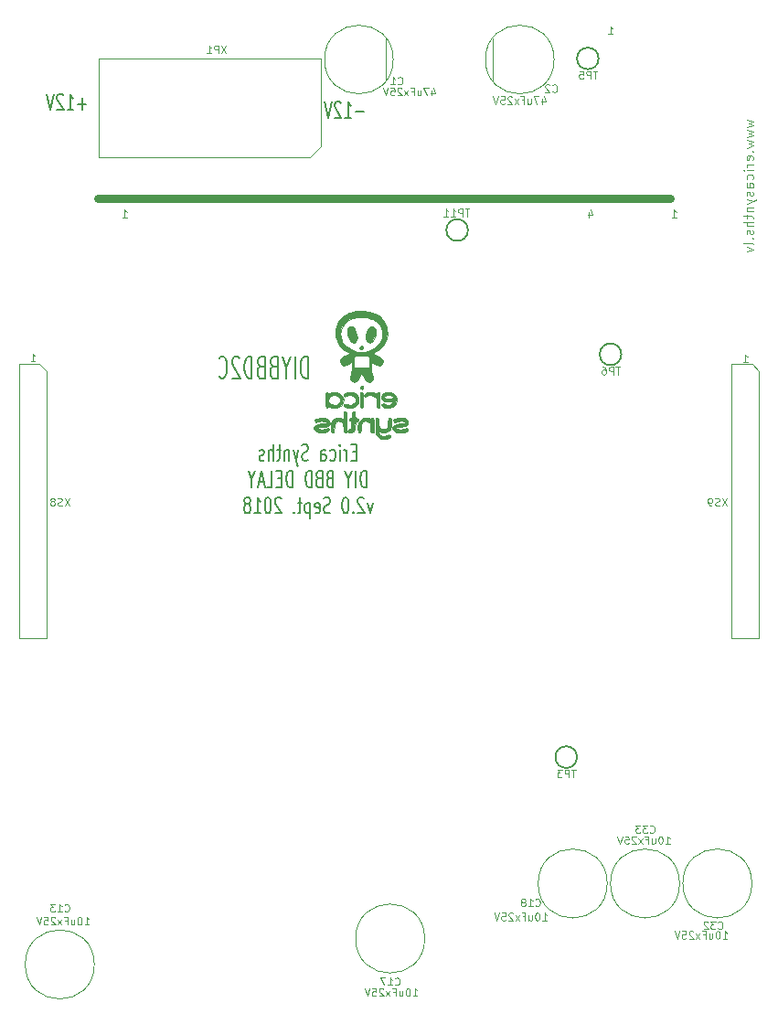
<source format=gbo>
G04 #@! TF.FileFunction,Legend,Bot*
%FSLAX46Y46*%
G04 Gerber Fmt 4.6, Leading zero omitted, Abs format (unit mm)*
G04 Created by KiCad (PCBNEW (2016-08-20 BZR 7083)-product) date Sat Sep 29 14:41:50 2018*
%MOMM*%
%LPD*%
G01*
G04 APERTURE LIST*
%ADD10C,0.100000*%
%ADD11C,0.800000*%
%ADD12C,0.200000*%
%ADD13C,0.120000*%
%ADD14C,0.150000*%
G04 APERTURE END LIST*
D10*
D11*
X60500000Y89000000D02*
X7500000Y89000000D01*
D10*
X67300000Y73883334D02*
X67700000Y73883334D01*
X67500000Y73883334D02*
X67500000Y74583334D01*
X67566666Y74483334D01*
X67633333Y74416667D01*
X67700000Y74383334D01*
X1300000Y73983334D02*
X1700000Y73983334D01*
X1500000Y73983334D02*
X1500000Y74683334D01*
X1566666Y74583334D01*
X1633333Y74516667D01*
X1700000Y74483334D01*
D12*
X32161904Y97092858D02*
X31400000Y97092858D01*
X30400000Y96521429D02*
X30971428Y96521429D01*
X30685714Y96521429D02*
X30685714Y98021429D01*
X30780952Y97807143D01*
X30876190Y97664286D01*
X30971428Y97592858D01*
X30019047Y97878572D02*
X29971428Y97950000D01*
X29876190Y98021429D01*
X29638095Y98021429D01*
X29542857Y97950000D01*
X29495238Y97878572D01*
X29447619Y97735715D01*
X29447619Y97592858D01*
X29495238Y97378572D01*
X30066666Y96521429D01*
X29447619Y96521429D01*
X29161904Y98021429D02*
X28828571Y96521429D01*
X28495238Y98021429D01*
X6461904Y97792858D02*
X5700000Y97792858D01*
X6080952Y97221429D02*
X6080952Y98364286D01*
X4700000Y97221429D02*
X5271428Y97221429D01*
X4985714Y97221429D02*
X4985714Y98721429D01*
X5080952Y98507143D01*
X5176190Y98364286D01*
X5271428Y98292858D01*
X4319047Y98578572D02*
X4271428Y98650000D01*
X4176190Y98721429D01*
X3938095Y98721429D01*
X3842857Y98650000D01*
X3795238Y98578572D01*
X3747619Y98435715D01*
X3747619Y98292858D01*
X3795238Y98078572D01*
X4366666Y97221429D01*
X3747619Y97221429D01*
X3461904Y98721429D02*
X3128571Y97221429D01*
X2795238Y98721429D01*
D10*
X67607142Y96307143D02*
X68207142Y96135715D01*
X67778571Y95964286D01*
X68207142Y95792858D01*
X67607142Y95621429D01*
X67607142Y95364286D02*
X68207142Y95192858D01*
X67778571Y95021429D01*
X68207142Y94850000D01*
X67607142Y94678572D01*
X67607142Y94421429D02*
X68207142Y94250000D01*
X67778571Y94078572D01*
X68207142Y93907143D01*
X67607142Y93735715D01*
X68121428Y93392858D02*
X68164285Y93350000D01*
X68207142Y93392858D01*
X68164285Y93435715D01*
X68121428Y93392858D01*
X68207142Y93392858D01*
X68164285Y92621429D02*
X68207142Y92707143D01*
X68207142Y92878572D01*
X68164285Y92964286D01*
X68078571Y93007143D01*
X67735714Y93007143D01*
X67650000Y92964286D01*
X67607142Y92878572D01*
X67607142Y92707143D01*
X67650000Y92621429D01*
X67735714Y92578572D01*
X67821428Y92578572D01*
X67907142Y93007143D01*
X68207142Y92192858D02*
X67607142Y92192858D01*
X67778571Y92192858D02*
X67692857Y92150000D01*
X67650000Y92107143D01*
X67607142Y92021429D01*
X67607142Y91935715D01*
X68207142Y91635715D02*
X67607142Y91635715D01*
X67307142Y91635715D02*
X67350000Y91678572D01*
X67392857Y91635715D01*
X67350000Y91592858D01*
X67307142Y91635715D01*
X67392857Y91635715D01*
X68164285Y90821429D02*
X68207142Y90907143D01*
X68207142Y91078572D01*
X68164285Y91164286D01*
X68121428Y91207143D01*
X68035714Y91250000D01*
X67778571Y91250000D01*
X67692857Y91207143D01*
X67650000Y91164286D01*
X67607142Y91078572D01*
X67607142Y90907143D01*
X67650000Y90821429D01*
X68207142Y90050000D02*
X67735714Y90050000D01*
X67650000Y90092858D01*
X67607142Y90178572D01*
X67607142Y90350000D01*
X67650000Y90435715D01*
X68164285Y90050000D02*
X68207142Y90135715D01*
X68207142Y90350000D01*
X68164285Y90435715D01*
X68078571Y90478572D01*
X67992857Y90478572D01*
X67907142Y90435715D01*
X67864285Y90350000D01*
X67864285Y90135715D01*
X67821428Y90050000D01*
X68164285Y89664286D02*
X68207142Y89578572D01*
X68207142Y89407143D01*
X68164285Y89321429D01*
X68078571Y89278572D01*
X68035714Y89278572D01*
X67950000Y89321429D01*
X67907142Y89407143D01*
X67907142Y89535715D01*
X67864285Y89621429D01*
X67778571Y89664286D01*
X67735714Y89664286D01*
X67650000Y89621429D01*
X67607142Y89535715D01*
X67607142Y89407143D01*
X67650000Y89321429D01*
X67607142Y88978572D02*
X68207142Y88764286D01*
X67607142Y88550000D02*
X68207142Y88764286D01*
X68421428Y88850000D01*
X68464285Y88892858D01*
X68507142Y88978572D01*
X67607142Y88207143D02*
X68207142Y88207143D01*
X67692857Y88207143D02*
X67650000Y88164286D01*
X67607142Y88078572D01*
X67607142Y87950000D01*
X67650000Y87864286D01*
X67735714Y87821429D01*
X68207142Y87821429D01*
X67607142Y87521429D02*
X67607142Y87178572D01*
X67307142Y87392858D02*
X68078571Y87392858D01*
X68164285Y87350000D01*
X68207142Y87264286D01*
X68207142Y87178572D01*
X68207142Y86878572D02*
X67307142Y86878572D01*
X68207142Y86492858D02*
X67735714Y86492858D01*
X67650000Y86535715D01*
X67607142Y86621429D01*
X67607142Y86750000D01*
X67650000Y86835715D01*
X67692857Y86878572D01*
X68164285Y86107143D02*
X68207142Y86021429D01*
X68207142Y85850000D01*
X68164285Y85764286D01*
X68078571Y85721429D01*
X68035714Y85721429D01*
X67950000Y85764286D01*
X67907142Y85850000D01*
X67907142Y85978572D01*
X67864285Y86064286D01*
X67778571Y86107143D01*
X67735714Y86107143D01*
X67650000Y86064286D01*
X67607142Y85978572D01*
X67607142Y85850000D01*
X67650000Y85764286D01*
X68121428Y85335715D02*
X68164285Y85292858D01*
X68207142Y85335715D01*
X68164285Y85378572D01*
X68121428Y85335715D01*
X68207142Y85335715D01*
X68207142Y84778572D02*
X68164285Y84864286D01*
X68078571Y84907143D01*
X67307142Y84907143D01*
X67607142Y84521429D02*
X68207142Y84307143D01*
X67607142Y84092858D01*
D12*
X26985714Y72395239D02*
X26985714Y74395239D01*
X26700000Y74395239D01*
X26528571Y74300000D01*
X26414285Y74109524D01*
X26357142Y73919048D01*
X26300000Y73538096D01*
X26300000Y73252381D01*
X26357142Y72871429D01*
X26414285Y72680953D01*
X26528571Y72490477D01*
X26700000Y72395239D01*
X26985714Y72395239D01*
X25785714Y72395239D02*
X25785714Y74395239D01*
X24985714Y73347620D02*
X24985714Y72395239D01*
X25385714Y74395239D02*
X24985714Y73347620D01*
X24585714Y74395239D01*
X23785714Y73442858D02*
X23614285Y73347620D01*
X23557142Y73252381D01*
X23500000Y73061905D01*
X23500000Y72776191D01*
X23557142Y72585715D01*
X23614285Y72490477D01*
X23728571Y72395239D01*
X24185714Y72395239D01*
X24185714Y74395239D01*
X23785714Y74395239D01*
X23671428Y74300000D01*
X23614285Y74204762D01*
X23557142Y74014286D01*
X23557142Y73823810D01*
X23614285Y73633334D01*
X23671428Y73538096D01*
X23785714Y73442858D01*
X24185714Y73442858D01*
X22585714Y73442858D02*
X22414285Y73347620D01*
X22357142Y73252381D01*
X22300000Y73061905D01*
X22300000Y72776191D01*
X22357142Y72585715D01*
X22414285Y72490477D01*
X22528571Y72395239D01*
X22985714Y72395239D01*
X22985714Y74395239D01*
X22585714Y74395239D01*
X22471428Y74300000D01*
X22414285Y74204762D01*
X22357142Y74014286D01*
X22357142Y73823810D01*
X22414285Y73633334D01*
X22471428Y73538096D01*
X22585714Y73442858D01*
X22985714Y73442858D01*
X21785714Y72395239D02*
X21785714Y74395239D01*
X21500000Y74395239D01*
X21328571Y74300000D01*
X21214285Y74109524D01*
X21157142Y73919048D01*
X21100000Y73538096D01*
X21100000Y73252381D01*
X21157142Y72871429D01*
X21214285Y72680953D01*
X21328571Y72490477D01*
X21500000Y72395239D01*
X21785714Y72395239D01*
X20642857Y74204762D02*
X20585714Y74300000D01*
X20471428Y74395239D01*
X20185714Y74395239D01*
X20071428Y74300000D01*
X20014285Y74204762D01*
X19957142Y74014286D01*
X19957142Y73823810D01*
X20014285Y73538096D01*
X20700000Y72395239D01*
X19957142Y72395239D01*
X18757142Y72585715D02*
X18814285Y72490477D01*
X18985714Y72395239D01*
X19100000Y72395239D01*
X19271428Y72490477D01*
X19385714Y72680953D01*
X19442857Y72871429D01*
X19500000Y73252381D01*
X19500000Y73538096D01*
X19442857Y73919048D01*
X19385714Y74109524D01*
X19271428Y74300000D01*
X19100000Y74395239D01*
X18985714Y74395239D01*
X18814285Y74300000D01*
X18757142Y74204762D01*
X31476190Y65557143D02*
X31142857Y65557143D01*
X31000000Y64771429D02*
X31476190Y64771429D01*
X31476190Y66271429D01*
X31000000Y66271429D01*
X30571428Y64771429D02*
X30571428Y65771429D01*
X30571428Y65485715D02*
X30523809Y65628572D01*
X30476190Y65700000D01*
X30380952Y65771429D01*
X30285714Y65771429D01*
X29952380Y64771429D02*
X29952380Y65771429D01*
X29952380Y66271429D02*
X30000000Y66200000D01*
X29952380Y66128572D01*
X29904761Y66200000D01*
X29952380Y66271429D01*
X29952380Y66128572D01*
X29047619Y64842858D02*
X29142857Y64771429D01*
X29333333Y64771429D01*
X29428571Y64842858D01*
X29476190Y64914286D01*
X29523809Y65057143D01*
X29523809Y65485715D01*
X29476190Y65628572D01*
X29428571Y65700000D01*
X29333333Y65771429D01*
X29142857Y65771429D01*
X29047619Y65700000D01*
X28190476Y64771429D02*
X28190476Y65557143D01*
X28238095Y65700000D01*
X28333333Y65771429D01*
X28523809Y65771429D01*
X28619047Y65700000D01*
X28190476Y64842858D02*
X28285714Y64771429D01*
X28523809Y64771429D01*
X28619047Y64842858D01*
X28666666Y64985715D01*
X28666666Y65128572D01*
X28619047Y65271429D01*
X28523809Y65342858D01*
X28285714Y65342858D01*
X28190476Y65414286D01*
X27000000Y64842858D02*
X26857142Y64771429D01*
X26619047Y64771429D01*
X26523809Y64842858D01*
X26476190Y64914286D01*
X26428571Y65057143D01*
X26428571Y65200000D01*
X26476190Y65342858D01*
X26523809Y65414286D01*
X26619047Y65485715D01*
X26809523Y65557143D01*
X26904761Y65628572D01*
X26952380Y65700000D01*
X27000000Y65842858D01*
X27000000Y65985715D01*
X26952380Y66128572D01*
X26904761Y66200000D01*
X26809523Y66271429D01*
X26571428Y66271429D01*
X26428571Y66200000D01*
X26095238Y65771429D02*
X25857142Y64771429D01*
X25619047Y65771429D02*
X25857142Y64771429D01*
X25952380Y64414286D01*
X26000000Y64342858D01*
X26095238Y64271429D01*
X25238095Y65771429D02*
X25238095Y64771429D01*
X25238095Y65628572D02*
X25190476Y65700000D01*
X25095238Y65771429D01*
X24952380Y65771429D01*
X24857142Y65700000D01*
X24809523Y65557143D01*
X24809523Y64771429D01*
X24476190Y65771429D02*
X24095238Y65771429D01*
X24333333Y66271429D02*
X24333333Y64985715D01*
X24285714Y64842858D01*
X24190476Y64771429D01*
X24095238Y64771429D01*
X23761904Y64771429D02*
X23761904Y66271429D01*
X23333333Y64771429D02*
X23333333Y65557143D01*
X23380952Y65700000D01*
X23476190Y65771429D01*
X23619047Y65771429D01*
X23714285Y65700000D01*
X23761904Y65628572D01*
X22904761Y64842858D02*
X22809523Y64771429D01*
X22619047Y64771429D01*
X22523809Y64842858D01*
X22476190Y64985715D01*
X22476190Y65057143D01*
X22523809Y65200000D01*
X22619047Y65271429D01*
X22761904Y65271429D01*
X22857142Y65342858D01*
X22904761Y65485715D01*
X22904761Y65557143D01*
X22857142Y65700000D01*
X22761904Y65771429D01*
X22619047Y65771429D01*
X22523809Y65700000D01*
X32404761Y62321429D02*
X32404761Y63821429D01*
X32166666Y63821429D01*
X32023809Y63750000D01*
X31928571Y63607143D01*
X31880952Y63464286D01*
X31833333Y63178572D01*
X31833333Y62964286D01*
X31880952Y62678572D01*
X31928571Y62535715D01*
X32023809Y62392858D01*
X32166666Y62321429D01*
X32404761Y62321429D01*
X31404761Y62321429D02*
X31404761Y63821429D01*
X30738095Y63035715D02*
X30738095Y62321429D01*
X31071428Y63821429D02*
X30738095Y63035715D01*
X30404761Y63821429D01*
X28976190Y63107143D02*
X28833333Y63035715D01*
X28785714Y62964286D01*
X28738095Y62821429D01*
X28738095Y62607143D01*
X28785714Y62464286D01*
X28833333Y62392858D01*
X28928571Y62321429D01*
X29309523Y62321429D01*
X29309523Y63821429D01*
X28976190Y63821429D01*
X28880952Y63750000D01*
X28833333Y63678572D01*
X28785714Y63535715D01*
X28785714Y63392858D01*
X28833333Y63250000D01*
X28880952Y63178572D01*
X28976190Y63107143D01*
X29309523Y63107143D01*
X27976190Y63107143D02*
X27833333Y63035715D01*
X27785714Y62964286D01*
X27738095Y62821429D01*
X27738095Y62607143D01*
X27785714Y62464286D01*
X27833333Y62392858D01*
X27928571Y62321429D01*
X28309523Y62321429D01*
X28309523Y63821429D01*
X27976190Y63821429D01*
X27880952Y63750000D01*
X27833333Y63678572D01*
X27785714Y63535715D01*
X27785714Y63392858D01*
X27833333Y63250000D01*
X27880952Y63178572D01*
X27976190Y63107143D01*
X28309523Y63107143D01*
X27309523Y62321429D02*
X27309523Y63821429D01*
X27071428Y63821429D01*
X26928571Y63750000D01*
X26833333Y63607143D01*
X26785714Y63464286D01*
X26738095Y63178572D01*
X26738095Y62964286D01*
X26785714Y62678572D01*
X26833333Y62535715D01*
X26928571Y62392858D01*
X27071428Y62321429D01*
X27309523Y62321429D01*
X25547619Y62321429D02*
X25547619Y63821429D01*
X25309523Y63821429D01*
X25166666Y63750000D01*
X25071428Y63607143D01*
X25023809Y63464286D01*
X24976190Y63178572D01*
X24976190Y62964286D01*
X25023809Y62678572D01*
X25071428Y62535715D01*
X25166666Y62392858D01*
X25309523Y62321429D01*
X25547619Y62321429D01*
X24547619Y63107143D02*
X24214285Y63107143D01*
X24071428Y62321429D02*
X24547619Y62321429D01*
X24547619Y63821429D01*
X24071428Y63821429D01*
X23166666Y62321429D02*
X23642857Y62321429D01*
X23642857Y63821429D01*
X22880952Y62750000D02*
X22404761Y62750000D01*
X22976190Y62321429D02*
X22642857Y63821429D01*
X22309523Y62321429D01*
X21785714Y63035715D02*
X21785714Y62321429D01*
X22119047Y63821429D02*
X21785714Y63035715D01*
X21452380Y63821429D01*
X32976190Y60871429D02*
X32738095Y59871429D01*
X32500000Y60871429D01*
X32166666Y61228572D02*
X32119047Y61300000D01*
X32023809Y61371429D01*
X31785714Y61371429D01*
X31690476Y61300000D01*
X31642857Y61228572D01*
X31595238Y61085715D01*
X31595238Y60942858D01*
X31642857Y60728572D01*
X32214285Y59871429D01*
X31595238Y59871429D01*
X31166666Y60014286D02*
X31119047Y59942858D01*
X31166666Y59871429D01*
X31214285Y59942858D01*
X31166666Y60014286D01*
X31166666Y59871429D01*
X30500000Y61371429D02*
X30404761Y61371429D01*
X30309523Y61300000D01*
X30261904Y61228572D01*
X30214285Y61085715D01*
X30166666Y60800000D01*
X30166666Y60442858D01*
X30214285Y60157143D01*
X30261904Y60014286D01*
X30309523Y59942858D01*
X30404761Y59871429D01*
X30500000Y59871429D01*
X30595238Y59942858D01*
X30642857Y60014286D01*
X30690476Y60157143D01*
X30738095Y60442858D01*
X30738095Y60800000D01*
X30690476Y61085715D01*
X30642857Y61228572D01*
X30595238Y61300000D01*
X30500000Y61371429D01*
X29023809Y59942858D02*
X28880952Y59871429D01*
X28642857Y59871429D01*
X28547619Y59942858D01*
X28500000Y60014286D01*
X28452380Y60157143D01*
X28452380Y60300000D01*
X28500000Y60442858D01*
X28547619Y60514286D01*
X28642857Y60585715D01*
X28833333Y60657143D01*
X28928571Y60728572D01*
X28976190Y60800000D01*
X29023809Y60942858D01*
X29023809Y61085715D01*
X28976190Y61228572D01*
X28928571Y61300000D01*
X28833333Y61371429D01*
X28595238Y61371429D01*
X28452380Y61300000D01*
X27642857Y59942858D02*
X27738095Y59871429D01*
X27928571Y59871429D01*
X28023809Y59942858D01*
X28071428Y60085715D01*
X28071428Y60657143D01*
X28023809Y60800000D01*
X27928571Y60871429D01*
X27738095Y60871429D01*
X27642857Y60800000D01*
X27595238Y60657143D01*
X27595238Y60514286D01*
X28071428Y60371429D01*
X27166666Y60871429D02*
X27166666Y59371429D01*
X27166666Y60800000D02*
X27071428Y60871429D01*
X26880952Y60871429D01*
X26785714Y60800000D01*
X26738095Y60728572D01*
X26690476Y60585715D01*
X26690476Y60157143D01*
X26738095Y60014286D01*
X26785714Y59942858D01*
X26880952Y59871429D01*
X27071428Y59871429D01*
X27166666Y59942858D01*
X26404761Y60871429D02*
X26023809Y60871429D01*
X26261904Y61371429D02*
X26261904Y60085715D01*
X26214285Y59942858D01*
X26119047Y59871429D01*
X26023809Y59871429D01*
X25690476Y60014286D02*
X25642857Y59942858D01*
X25690476Y59871429D01*
X25738095Y59942858D01*
X25690476Y60014286D01*
X25690476Y59871429D01*
X24500000Y61228572D02*
X24452380Y61300000D01*
X24357142Y61371429D01*
X24119047Y61371429D01*
X24023809Y61300000D01*
X23976190Y61228572D01*
X23928571Y61085715D01*
X23928571Y60942858D01*
X23976190Y60728572D01*
X24547619Y59871429D01*
X23928571Y59871429D01*
X23309523Y61371429D02*
X23214285Y61371429D01*
X23119047Y61300000D01*
X23071428Y61228572D01*
X23023809Y61085715D01*
X22976190Y60800000D01*
X22976190Y60442858D01*
X23023809Y60157143D01*
X23071428Y60014286D01*
X23119047Y59942858D01*
X23214285Y59871429D01*
X23309523Y59871429D01*
X23404761Y59942858D01*
X23452380Y60014286D01*
X23500000Y60157143D01*
X23547619Y60442858D01*
X23547619Y60800000D01*
X23500000Y61085715D01*
X23452380Y61228572D01*
X23404761Y61300000D01*
X23309523Y61371429D01*
X22023809Y59871429D02*
X22595238Y59871429D01*
X22309523Y59871429D02*
X22309523Y61371429D01*
X22404761Y61157143D01*
X22500000Y61014286D01*
X22595238Y60942858D01*
X21452380Y60728572D02*
X21547619Y60800000D01*
X21595238Y60871429D01*
X21642857Y61014286D01*
X21642857Y61085715D01*
X21595238Y61228572D01*
X21547619Y61300000D01*
X21452380Y61371429D01*
X21261904Y61371429D01*
X21166666Y61300000D01*
X21119047Y61228572D01*
X21071428Y61085715D01*
X21071428Y61014286D01*
X21119047Y60871429D01*
X21166666Y60800000D01*
X21261904Y60728572D01*
X21452380Y60728572D01*
X21547619Y60657143D01*
X21595238Y60585715D01*
X21642857Y60442858D01*
X21642857Y60157143D01*
X21595238Y60014286D01*
X21547619Y59942858D01*
X21452380Y59871429D01*
X21261904Y59871429D01*
X21166666Y59942858D01*
X21119047Y60014286D01*
X21071428Y60157143D01*
X21071428Y60442858D01*
X21119047Y60585715D01*
X21166666Y60657143D01*
X21261904Y60728572D01*
D10*
G36*
X33232782Y68073353D02*
X33234600Y67903799D01*
X33243211Y67600886D01*
X33258139Y67380944D01*
X33281599Y67225429D01*
X33315808Y67115795D01*
X33332933Y67080751D01*
X33474904Y66919142D01*
X33683932Y66802781D01*
X33932090Y66740846D01*
X34191451Y66742517D01*
X34296094Y66764144D01*
X34472284Y66837983D01*
X34586256Y66937637D01*
X34621279Y67046498D01*
X34613590Y67079254D01*
X34567970Y67143717D01*
X34486493Y67156413D01*
X34348178Y67117482D01*
X34258147Y67081633D01*
X34097118Y67031146D01*
X33953616Y67036654D01*
X33876969Y67056466D01*
X33707877Y67125683D01*
X33608097Y67224488D01*
X33554312Y67351671D01*
X33538476Y67425415D01*
X33571282Y67441343D01*
X33675603Y67410023D01*
X33678453Y67409030D01*
X33890241Y67370459D01*
X34121540Y67382511D01*
X34332546Y67439427D01*
X34471723Y67523803D01*
X34582417Y67639707D01*
X34652569Y67755741D01*
X34694327Y67903226D01*
X34719837Y68113484D01*
X34724878Y68176596D01*
X34728625Y68447405D01*
X34693144Y68631332D01*
X34619300Y68725303D01*
X34567000Y68737600D01*
X34478116Y68692567D01*
X34420088Y68555903D01*
X34392155Y68325264D01*
X34389200Y68190014D01*
X34382733Y67984762D01*
X34359621Y67854443D01*
X34314300Y67772992D01*
X34296300Y67754874D01*
X34159085Y67689000D01*
X33977161Y67672327D01*
X33794219Y67703978D01*
X33671531Y67767424D01*
X33610566Y67828921D01*
X33572227Y67909807D01*
X33549543Y68035897D01*
X33535542Y68233011D01*
X33533355Y68279148D01*
X33518168Y68501418D01*
X33494684Y68639166D01*
X33459210Y68709364D01*
X33436506Y68724178D01*
X33356496Y68732381D01*
X33298366Y68680530D01*
X33259868Y68559494D01*
X33238756Y68360145D01*
X33232782Y68073353D01*
X33232782Y68073353D01*
X33232782Y68073353D01*
G37*
X33232782Y68073353D02*
X33234600Y67903799D01*
X33243211Y67600886D01*
X33258139Y67380944D01*
X33281599Y67225429D01*
X33315808Y67115795D01*
X33332933Y67080751D01*
X33474904Y66919142D01*
X33683932Y66802781D01*
X33932090Y66740846D01*
X34191451Y66742517D01*
X34296094Y66764144D01*
X34472284Y66837983D01*
X34586256Y66937637D01*
X34621279Y67046498D01*
X34613590Y67079254D01*
X34567970Y67143717D01*
X34486493Y67156413D01*
X34348178Y67117482D01*
X34258147Y67081633D01*
X34097118Y67031146D01*
X33953616Y67036654D01*
X33876969Y67056466D01*
X33707877Y67125683D01*
X33608097Y67224488D01*
X33554312Y67351671D01*
X33538476Y67425415D01*
X33571282Y67441343D01*
X33675603Y67410023D01*
X33678453Y67409030D01*
X33890241Y67370459D01*
X34121540Y67382511D01*
X34332546Y67439427D01*
X34471723Y67523803D01*
X34582417Y67639707D01*
X34652569Y67755741D01*
X34694327Y67903226D01*
X34719837Y68113484D01*
X34724878Y68176596D01*
X34728625Y68447405D01*
X34693144Y68631332D01*
X34619300Y68725303D01*
X34567000Y68737600D01*
X34478116Y68692567D01*
X34420088Y68555903D01*
X34392155Y68325264D01*
X34389200Y68190014D01*
X34382733Y67984762D01*
X34359621Y67854443D01*
X34314300Y67772992D01*
X34296300Y67754874D01*
X34159085Y67689000D01*
X33977161Y67672327D01*
X33794219Y67703978D01*
X33671531Y67767424D01*
X33610566Y67828921D01*
X33572227Y67909807D01*
X33549543Y68035897D01*
X33535542Y68233011D01*
X33533355Y68279148D01*
X33518168Y68501418D01*
X33494684Y68639166D01*
X33459210Y68709364D01*
X33436506Y68724178D01*
X33356496Y68732381D01*
X33298366Y68680530D01*
X33259868Y68559494D01*
X33238756Y68360145D01*
X33232782Y68073353D01*
X33232782Y68073353D01*
G36*
X34796540Y67821686D02*
X34837640Y67644341D01*
X34958457Y67495084D01*
X35151750Y67392140D01*
X35397172Y67340515D01*
X35674375Y67345211D01*
X35884481Y67386904D01*
X36085880Y67462646D01*
X36205138Y67551306D01*
X36235285Y67645506D01*
X36194974Y67715599D01*
X36112723Y67763248D01*
X36005334Y67738054D01*
X35997897Y67734715D01*
X35818060Y67675597D01*
X35619601Y67645455D01*
X35426919Y67643133D01*
X35264411Y67667474D01*
X35156475Y67717321D01*
X35125800Y67776055D01*
X35152671Y67815732D01*
X35243205Y67844497D01*
X35412285Y67865903D01*
X35543571Y67875790D01*
X35852557Y67915048D01*
X36070889Y67988529D01*
X36204643Y68099364D01*
X36259232Y68244812D01*
X36237602Y68432632D01*
X36128602Y68579863D01*
X35940204Y68681024D01*
X35680380Y68730635D01*
X35546532Y68734733D01*
X35307706Y68714999D01*
X35105942Y68666483D01*
X34954542Y68597112D01*
X34866812Y68514808D01*
X34856054Y68427497D01*
X34913823Y68357856D01*
X34993803Y68317173D01*
X35087186Y68326552D01*
X35178892Y68360832D01*
X35356827Y68411308D01*
X35554357Y68431747D01*
X35738197Y68422516D01*
X35875063Y68383980D01*
X35916414Y68352729D01*
X35949825Y68275900D01*
X35898446Y68222798D01*
X35757349Y68191415D01*
X35521608Y68179741D01*
X35491578Y68179578D01*
X35199052Y68154358D01*
X34981961Y68083240D01*
X34845920Y67970818D01*
X34796540Y67821686D01*
X34796540Y67821686D01*
X34796540Y67821686D01*
G37*
X34796540Y67821686D02*
X34837640Y67644341D01*
X34958457Y67495084D01*
X35151750Y67392140D01*
X35397172Y67340515D01*
X35674375Y67345211D01*
X35884481Y67386904D01*
X36085880Y67462646D01*
X36205138Y67551306D01*
X36235285Y67645506D01*
X36194974Y67715599D01*
X36112723Y67763248D01*
X36005334Y67738054D01*
X35997897Y67734715D01*
X35818060Y67675597D01*
X35619601Y67645455D01*
X35426919Y67643133D01*
X35264411Y67667474D01*
X35156475Y67717321D01*
X35125800Y67776055D01*
X35152671Y67815732D01*
X35243205Y67844497D01*
X35412285Y67865903D01*
X35543571Y67875790D01*
X35852557Y67915048D01*
X36070889Y67988529D01*
X36204643Y68099364D01*
X36259232Y68244812D01*
X36237602Y68432632D01*
X36128602Y68579863D01*
X35940204Y68681024D01*
X35680380Y68730635D01*
X35546532Y68734733D01*
X35307706Y68714999D01*
X35105942Y68666483D01*
X34954542Y68597112D01*
X34866812Y68514808D01*
X34856054Y68427497D01*
X34913823Y68357856D01*
X34993803Y68317173D01*
X35087186Y68326552D01*
X35178892Y68360832D01*
X35356827Y68411308D01*
X35554357Y68431747D01*
X35738197Y68422516D01*
X35875063Y68383980D01*
X35916414Y68352729D01*
X35949825Y68275900D01*
X35898446Y68222798D01*
X35757349Y68191415D01*
X35521608Y68179741D01*
X35491578Y68179578D01*
X35199052Y68154358D01*
X34981961Y68083240D01*
X34845920Y67970818D01*
X34796540Y67821686D01*
X34796540Y67821686D01*
G36*
X27532140Y67821686D02*
X27573240Y67644341D01*
X27694428Y67494735D01*
X27889215Y67391782D01*
X28138263Y67341083D01*
X28422234Y67348237D01*
X28532136Y67366639D01*
X28762480Y67429851D01*
X28899864Y67507461D01*
X28952492Y67604468D01*
X28953600Y67623382D01*
X28926824Y67717222D01*
X28839751Y67752602D01*
X28682266Y67731363D01*
X28558840Y67695192D01*
X28370155Y67653482D01*
X28180537Y67643979D01*
X28015544Y67663795D01*
X27900735Y67710042D01*
X27861400Y67774007D01*
X27886172Y67814561D01*
X27971107Y67843481D01*
X28132131Y67864699D01*
X28272146Y67875384D01*
X28571067Y67910924D01*
X28782354Y67975863D01*
X28917056Y68075442D01*
X28986005Y68214023D01*
X28982646Y68390626D01*
X28892821Y68546693D01*
X28731607Y68658300D01*
X28697886Y68671233D01*
X28489213Y68720100D01*
X28270340Y68733485D01*
X28057494Y68716269D01*
X27866902Y68673335D01*
X27714790Y68609563D01*
X27617386Y68529837D01*
X27590916Y68439037D01*
X27640046Y68352983D01*
X27704980Y68302304D01*
X27774366Y68304372D01*
X27877962Y68352030D01*
X28046968Y68407418D01*
X28249975Y68429884D01*
X28447221Y68419134D01*
X28598943Y68374875D01*
X28626391Y68357566D01*
X28685170Y68284056D01*
X28645476Y68229525D01*
X28508766Y68194623D01*
X28276500Y68180001D01*
X28227178Y68179578D01*
X27934652Y68154358D01*
X27717561Y68083240D01*
X27581520Y67970818D01*
X27532140Y67821686D01*
X27532140Y67821686D01*
X27532140Y67821686D01*
G37*
X27532140Y67821686D02*
X27573240Y67644341D01*
X27694428Y67494735D01*
X27889215Y67391782D01*
X28138263Y67341083D01*
X28422234Y67348237D01*
X28532136Y67366639D01*
X28762480Y67429851D01*
X28899864Y67507461D01*
X28952492Y67604468D01*
X28953600Y67623382D01*
X28926824Y67717222D01*
X28839751Y67752602D01*
X28682266Y67731363D01*
X28558840Y67695192D01*
X28370155Y67653482D01*
X28180537Y67643979D01*
X28015544Y67663795D01*
X27900735Y67710042D01*
X27861400Y67774007D01*
X27886172Y67814561D01*
X27971107Y67843481D01*
X28132131Y67864699D01*
X28272146Y67875384D01*
X28571067Y67910924D01*
X28782354Y67975863D01*
X28917056Y68075442D01*
X28986005Y68214023D01*
X28982646Y68390626D01*
X28892821Y68546693D01*
X28731607Y68658300D01*
X28697886Y68671233D01*
X28489213Y68720100D01*
X28270340Y68733485D01*
X28057494Y68716269D01*
X27866902Y68673335D01*
X27714790Y68609563D01*
X27617386Y68529837D01*
X27590916Y68439037D01*
X27640046Y68352983D01*
X27704980Y68302304D01*
X27774366Y68304372D01*
X27877962Y68352030D01*
X28046968Y68407418D01*
X28249975Y68429884D01*
X28447221Y68419134D01*
X28598943Y68374875D01*
X28626391Y68357566D01*
X28685170Y68284056D01*
X28645476Y68229525D01*
X28508766Y68194623D01*
X28276500Y68180001D01*
X28227178Y68179578D01*
X27934652Y68154358D01*
X27717561Y68083240D01*
X27581520Y67970818D01*
X27532140Y67821686D01*
X27532140Y67821686D01*
G36*
X31596741Y67682829D02*
X31615202Y67500841D01*
X31665652Y67400598D01*
X31750219Y67374102D01*
X31762096Y67375403D01*
X31817757Y67391586D01*
X31853735Y67434773D01*
X31876644Y67525801D01*
X31893101Y67685511D01*
X31902230Y67816794D01*
X31932384Y68083589D01*
X31988907Y68264242D01*
X32082192Y68372947D01*
X32222630Y68423897D01*
X32353249Y68432800D01*
X32539952Y68407450D01*
X32664760Y68323669D01*
X32736223Y68169859D01*
X32762890Y67934426D01*
X32763600Y67876176D01*
X32768740Y67640709D01*
X32788272Y67489331D01*
X32828367Y67404864D01*
X32895193Y67370131D01*
X32946836Y67366000D01*
X33068400Y67366000D01*
X33068400Y68027995D01*
X33066460Y68307121D01*
X33059486Y68500277D01*
X33045746Y68623037D01*
X33023510Y68690976D01*
X32991554Y68719478D01*
X32890461Y68715543D01*
X32842401Y68688959D01*
X32748288Y68655478D01*
X32668587Y68683275D01*
X32498584Y68730462D01*
X32286349Y68731260D01*
X32078449Y68688658D01*
X31966261Y68638236D01*
X31794408Y68501124D01*
X31684204Y68326064D01*
X31623085Y68089069D01*
X31608146Y67954559D01*
X31596741Y67682829D01*
X31596741Y67682829D01*
X31596741Y67682829D01*
G37*
X31596741Y67682829D02*
X31615202Y67500841D01*
X31665652Y67400598D01*
X31750219Y67374102D01*
X31762096Y67375403D01*
X31817757Y67391586D01*
X31853735Y67434773D01*
X31876644Y67525801D01*
X31893101Y67685511D01*
X31902230Y67816794D01*
X31932384Y68083589D01*
X31988907Y68264242D01*
X32082192Y68372947D01*
X32222630Y68423897D01*
X32353249Y68432800D01*
X32539952Y68407450D01*
X32664760Y68323669D01*
X32736223Y68169859D01*
X32762890Y67934426D01*
X32763600Y67876176D01*
X32768740Y67640709D01*
X32788272Y67489331D01*
X32828367Y67404864D01*
X32895193Y67370131D01*
X32946836Y67366000D01*
X33068400Y67366000D01*
X33068400Y68027995D01*
X33066460Y68307121D01*
X33059486Y68500277D01*
X33045746Y68623037D01*
X33023510Y68690976D01*
X32991554Y68719478D01*
X32890461Y68715543D01*
X32842401Y68688959D01*
X32748288Y68655478D01*
X32668587Y68683275D01*
X32498584Y68730462D01*
X32286349Y68731260D01*
X32078449Y68688658D01*
X31966261Y68638236D01*
X31794408Y68501124D01*
X31684204Y68326064D01*
X31623085Y68089069D01*
X31608146Y67954559D01*
X31596741Y67682829D01*
X31596741Y67682829D01*
G36*
X30655988Y67543561D02*
X30659959Y67448639D01*
X30731953Y67387297D01*
X30862098Y67365348D01*
X31015295Y67381853D01*
X31156444Y67435874D01*
X31195873Y67462960D01*
X31256975Y67524791D01*
X31296325Y67607014D01*
X31321014Y67735044D01*
X31338136Y67934296D01*
X31341200Y67983660D01*
X31356865Y68194122D01*
X31376019Y68320868D01*
X31403345Y68381779D01*
X31443529Y68394731D01*
X31448724Y68394030D01*
X31552216Y68419834D01*
X31617582Y68506483D01*
X31617182Y68601191D01*
X31546765Y68672212D01*
X31476605Y68696530D01*
X31413504Y68718513D01*
X31375582Y68778196D01*
X31352509Y68899999D01*
X31341200Y69016554D01*
X31320370Y69193331D01*
X31289496Y69291440D01*
X31239986Y69333802D01*
X31220288Y69339052D01*
X31126146Y69328072D01*
X31068005Y69244823D01*
X31040790Y69078718D01*
X31037178Y68957034D01*
X31031716Y68800704D01*
X31009145Y68718915D01*
X30958396Y68684790D01*
X30922100Y68677634D01*
X30824727Y68629873D01*
X30786499Y68546874D01*
X30811553Y68465559D01*
X30893682Y68424029D01*
X30955190Y68407882D01*
X30990364Y68365873D01*
X31006499Y68274865D01*
X31010884Y68111720D01*
X31011000Y68051800D01*
X31009140Y67865770D01*
X30997902Y67758169D01*
X30968802Y67705831D01*
X30913357Y67685589D01*
X30875018Y67680485D01*
X30730559Y67633158D01*
X30655988Y67543561D01*
X30655988Y67543561D01*
X30655988Y67543561D01*
G37*
X30655988Y67543561D02*
X30659959Y67448639D01*
X30731953Y67387297D01*
X30862098Y67365348D01*
X31015295Y67381853D01*
X31156444Y67435874D01*
X31195873Y67462960D01*
X31256975Y67524791D01*
X31296325Y67607014D01*
X31321014Y67735044D01*
X31338136Y67934296D01*
X31341200Y67983660D01*
X31356865Y68194122D01*
X31376019Y68320868D01*
X31403345Y68381779D01*
X31443529Y68394731D01*
X31448724Y68394030D01*
X31552216Y68419834D01*
X31617582Y68506483D01*
X31617182Y68601191D01*
X31546765Y68672212D01*
X31476605Y68696530D01*
X31413504Y68718513D01*
X31375582Y68778196D01*
X31352509Y68899999D01*
X31341200Y69016554D01*
X31320370Y69193331D01*
X31289496Y69291440D01*
X31239986Y69333802D01*
X31220288Y69339052D01*
X31126146Y69328072D01*
X31068005Y69244823D01*
X31040790Y69078718D01*
X31037178Y68957034D01*
X31031716Y68800704D01*
X31009145Y68718915D01*
X30958396Y68684790D01*
X30922100Y68677634D01*
X30824727Y68629873D01*
X30786499Y68546874D01*
X30811553Y68465559D01*
X30893682Y68424029D01*
X30955190Y68407882D01*
X30990364Y68365873D01*
X31006499Y68274865D01*
X31010884Y68111720D01*
X31011000Y68051800D01*
X31009140Y67865770D01*
X30997902Y67758169D01*
X30968802Y67705831D01*
X30913357Y67685589D01*
X30875018Y67680485D01*
X30730559Y67633158D01*
X30655988Y67543561D01*
X30655988Y67543561D01*
G36*
X29076506Y67663459D02*
X29106134Y67486294D01*
X29170940Y67390098D01*
X29254263Y67366000D01*
X29326666Y67392366D01*
X29374320Y67480015D01*
X29400885Y67641779D01*
X29410024Y67890487D01*
X29410107Y67912100D01*
X29430264Y68155294D01*
X29495531Y68315272D01*
X29614992Y68403815D01*
X29797730Y68432706D01*
X29811573Y68432800D01*
X29994425Y68414480D01*
X30121569Y68349877D01*
X30203819Y68224530D01*
X30251988Y68023976D01*
X30272171Y67816794D01*
X30288120Y67607570D01*
X30306882Y67479180D01*
X30334821Y67410920D01*
X30378301Y67382086D01*
X30407635Y67376015D01*
X30511068Y67397937D01*
X30547335Y67443669D01*
X30558137Y67520870D01*
X30567372Y67680442D01*
X30574363Y67903160D01*
X30578437Y68169798D01*
X30579200Y68351046D01*
X30575747Y68710880D01*
X30563875Y68979356D01*
X30541315Y69166529D01*
X30505798Y69282453D01*
X30455056Y69337185D01*
X30386819Y69340779D01*
X30357947Y69331649D01*
X30310910Y69291153D01*
X30284900Y69200554D01*
X30274983Y69038040D01*
X30274400Y68962360D01*
X30271736Y68783521D01*
X30259925Y68687075D01*
X30233244Y68653874D01*
X30185968Y68664767D01*
X30185500Y68664976D01*
X29986005Y68715911D01*
X29753091Y68720971D01*
X29538402Y68681168D01*
X29465212Y68650858D01*
X29291266Y68535816D01*
X29177439Y68392579D01*
X29111044Y68197421D01*
X29079570Y67929612D01*
X29076506Y67663459D01*
X29076506Y67663459D01*
X29076506Y67663459D01*
G37*
X29076506Y67663459D02*
X29106134Y67486294D01*
X29170940Y67390098D01*
X29254263Y67366000D01*
X29326666Y67392366D01*
X29374320Y67480015D01*
X29400885Y67641779D01*
X29410024Y67890487D01*
X29410107Y67912100D01*
X29430264Y68155294D01*
X29495531Y68315272D01*
X29614992Y68403815D01*
X29797730Y68432706D01*
X29811573Y68432800D01*
X29994425Y68414480D01*
X30121569Y68349877D01*
X30203819Y68224530D01*
X30251988Y68023976D01*
X30272171Y67816794D01*
X30288120Y67607570D01*
X30306882Y67479180D01*
X30334821Y67410920D01*
X30378301Y67382086D01*
X30407635Y67376015D01*
X30511068Y67397937D01*
X30547335Y67443669D01*
X30558137Y67520870D01*
X30567372Y67680442D01*
X30574363Y67903160D01*
X30578437Y68169798D01*
X30579200Y68351046D01*
X30575747Y68710880D01*
X30563875Y68979356D01*
X30541315Y69166529D01*
X30505798Y69282453D01*
X30455056Y69337185D01*
X30386819Y69340779D01*
X30357947Y69331649D01*
X30310910Y69291153D01*
X30284900Y69200554D01*
X30274983Y69038040D01*
X30274400Y68962360D01*
X30271736Y68783521D01*
X30259925Y68687075D01*
X30233244Y68653874D01*
X30185968Y68664767D01*
X30185500Y68664976D01*
X29986005Y68715911D01*
X29753091Y68720971D01*
X29538402Y68681168D01*
X29465212Y68650858D01*
X29291266Y68535816D01*
X29177439Y68392579D01*
X29111044Y68197421D01*
X29079570Y67929612D01*
X29076506Y67663459D01*
X29076506Y67663459D01*
G36*
X33750361Y70720121D02*
X33753241Y70570767D01*
X33814353Y70422795D01*
X33930528Y70320890D01*
X34051723Y70279969D01*
X34051723Y70592447D01*
X34054502Y70693005D01*
X34133214Y70768017D01*
X34264496Y70813455D01*
X34424986Y70825292D01*
X34591322Y70799501D01*
X34740140Y70732056D01*
X34763350Y70715113D01*
X34854771Y70630422D01*
X34896884Y70566207D01*
X34897200Y70562713D01*
X34850415Y70540874D01*
X34726050Y70524411D01*
X34548092Y70516093D01*
X34489206Y70515600D01*
X34273104Y70520074D01*
X34139711Y70535672D01*
X34070442Y70565659D01*
X34051723Y70592447D01*
X34051723Y70279969D01*
X34115135Y70258558D01*
X34381541Y70229303D01*
X34461883Y70226411D01*
X34697625Y70213083D01*
X34836650Y70185862D01*
X34883201Y70142248D01*
X34841521Y70079742D01*
X34783399Y70036977D01*
X34541266Y69934621D01*
X34279578Y69931933D01*
X34110056Y69979403D01*
X33934043Y70032506D01*
X33829442Y70025031D01*
X33784007Y69954051D01*
X33779600Y69900410D01*
X33825865Y69805726D01*
X33949198Y69731024D01*
X34126408Y69679836D01*
X34334304Y69655696D01*
X34549696Y69662134D01*
X34749391Y69702684D01*
X34840229Y69738864D01*
X35026381Y69881435D01*
X35146118Y70077481D01*
X35199182Y70303569D01*
X35185318Y70536267D01*
X35104268Y70752141D01*
X34955776Y70927759D01*
X34853980Y70994281D01*
X34616427Y71080675D01*
X34377291Y71105372D01*
X34153844Y71075020D01*
X33963359Y70996264D01*
X33823107Y70875749D01*
X33750361Y70720121D01*
X33750361Y70720121D01*
X33750361Y70720121D01*
G37*
X33750361Y70720121D02*
X33753241Y70570767D01*
X33814353Y70422795D01*
X33930528Y70320890D01*
X34051723Y70279969D01*
X34051723Y70592447D01*
X34054502Y70693005D01*
X34133214Y70768017D01*
X34264496Y70813455D01*
X34424986Y70825292D01*
X34591322Y70799501D01*
X34740140Y70732056D01*
X34763350Y70715113D01*
X34854771Y70630422D01*
X34896884Y70566207D01*
X34897200Y70562713D01*
X34850415Y70540874D01*
X34726050Y70524411D01*
X34548092Y70516093D01*
X34489206Y70515600D01*
X34273104Y70520074D01*
X34139711Y70535672D01*
X34070442Y70565659D01*
X34051723Y70592447D01*
X34051723Y70279969D01*
X34115135Y70258558D01*
X34381541Y70229303D01*
X34461883Y70226411D01*
X34697625Y70213083D01*
X34836650Y70185862D01*
X34883201Y70142248D01*
X34841521Y70079742D01*
X34783399Y70036977D01*
X34541266Y69934621D01*
X34279578Y69931933D01*
X34110056Y69979403D01*
X33934043Y70032506D01*
X33829442Y70025031D01*
X33784007Y69954051D01*
X33779600Y69900410D01*
X33825865Y69805726D01*
X33949198Y69731024D01*
X34126408Y69679836D01*
X34334304Y69655696D01*
X34549696Y69662134D01*
X34749391Y69702684D01*
X34840229Y69738864D01*
X35026381Y69881435D01*
X35146118Y70077481D01*
X35199182Y70303569D01*
X35185318Y70536267D01*
X35104268Y70752141D01*
X34955776Y70927759D01*
X34853980Y70994281D01*
X34616427Y71080675D01*
X34377291Y71105372D01*
X34153844Y71075020D01*
X33963359Y70996264D01*
X33823107Y70875749D01*
X33750361Y70720121D01*
X33750361Y70720121D01*
G36*
X32164635Y70834090D02*
X32180991Y70774541D01*
X32214581Y70738049D01*
X32278579Y70689333D01*
X32349275Y70693125D01*
X32449962Y70739630D01*
X32641789Y70801601D01*
X32851050Y70811565D01*
X33048787Y70774693D01*
X33206038Y70696154D01*
X33290844Y70589525D01*
X33307835Y70496590D01*
X33319566Y70339898D01*
X33323094Y70193946D01*
X33328366Y70006253D01*
X33341282Y69845216D01*
X33354419Y69766300D01*
X33418066Y69677337D01*
X33517171Y69650528D01*
X33593334Y69685867D01*
X33605897Y69746633D01*
X33616351Y69889016D01*
X33623737Y70093040D01*
X33627096Y70338728D01*
X33627200Y70391632D01*
X33625768Y70668090D01*
X33620104Y70859488D01*
X33608158Y70982342D01*
X33587881Y71053167D01*
X33557223Y71088481D01*
X33539641Y71097130D01*
X33436573Y71089033D01*
X33391404Y71047750D01*
X33314081Y70992734D01*
X33237664Y71013686D01*
X33025458Y71084266D01*
X32782195Y71103054D01*
X32540997Y71073345D01*
X32334984Y70998434D01*
X32221714Y70912623D01*
X32164635Y70834090D01*
X32164635Y70834090D01*
X32164635Y70834090D01*
G37*
X32164635Y70834090D02*
X32180991Y70774541D01*
X32214581Y70738049D01*
X32278579Y70689333D01*
X32349275Y70693125D01*
X32449962Y70739630D01*
X32641789Y70801601D01*
X32851050Y70811565D01*
X33048787Y70774693D01*
X33206038Y70696154D01*
X33290844Y70589525D01*
X33307835Y70496590D01*
X33319566Y70339898D01*
X33323094Y70193946D01*
X33328366Y70006253D01*
X33341282Y69845216D01*
X33354419Y69766300D01*
X33418066Y69677337D01*
X33517171Y69650528D01*
X33593334Y69685867D01*
X33605897Y69746633D01*
X33616351Y69889016D01*
X33623737Y70093040D01*
X33627096Y70338728D01*
X33627200Y70391632D01*
X33625768Y70668090D01*
X33620104Y70859488D01*
X33608158Y70982342D01*
X33587881Y71053167D01*
X33557223Y71088481D01*
X33539641Y71097130D01*
X33436573Y71089033D01*
X33391404Y71047750D01*
X33314081Y70992734D01*
X33237664Y71013686D01*
X33025458Y71084266D01*
X32782195Y71103054D01*
X32540997Y71073345D01*
X32334984Y70998434D01*
X32221714Y70912623D01*
X32164635Y70834090D01*
X32164635Y70834090D01*
G36*
X31805181Y70789917D02*
X31806150Y70569225D01*
X31809706Y70369930D01*
X31816145Y70092636D01*
X31824076Y69900726D01*
X31836286Y69777992D01*
X31855565Y69708228D01*
X31884699Y69675225D01*
X31926478Y69662776D01*
X31931479Y69662035D01*
X32027471Y69682538D01*
X32070485Y69763635D01*
X32083672Y69862255D01*
X32094265Y70035003D01*
X32100919Y70254418D01*
X32102507Y70416991D01*
X32095618Y70718682D01*
X32072187Y70928400D01*
X32029427Y71054834D01*
X31964550Y71106677D01*
X31884566Y71096595D01*
X31848849Y71073509D01*
X31824840Y71025644D01*
X31810848Y70936584D01*
X31805181Y70789917D01*
X31805181Y70789917D01*
X31805181Y70789917D01*
G37*
X31805181Y70789917D02*
X31806150Y70569225D01*
X31809706Y70369930D01*
X31816145Y70092636D01*
X31824076Y69900726D01*
X31836286Y69777992D01*
X31855565Y69708228D01*
X31884699Y69675225D01*
X31926478Y69662776D01*
X31931479Y69662035D01*
X32027471Y69682538D01*
X32070485Y69763635D01*
X32083672Y69862255D01*
X32094265Y70035003D01*
X32100919Y70254418D01*
X32102507Y70416991D01*
X32095618Y70718682D01*
X32072187Y70928400D01*
X32029427Y71054834D01*
X31964550Y71106677D01*
X31884566Y71096595D01*
X31848849Y71073509D01*
X31824840Y71025644D01*
X31810848Y70936584D01*
X31805181Y70789917D01*
X31805181Y70789917D01*
G36*
X30274400Y69900410D02*
X30320534Y69805315D01*
X30442933Y69730166D01*
X30617595Y69678512D01*
X30820518Y69653897D01*
X31027699Y69659870D01*
X31215137Y69699978D01*
X31315800Y69746517D01*
X31509924Y69892469D01*
X31623569Y70053491D01*
X31676555Y70260870D01*
X31682814Y70325888D01*
X31661757Y70601065D01*
X31557893Y70820844D01*
X31376896Y70979760D01*
X31124442Y71072349D01*
X30884000Y71095008D01*
X30644334Y71074044D01*
X30450527Y71015801D01*
X30322699Y70928391D01*
X30282958Y70852718D01*
X30290105Y70738118D01*
X30364159Y70695897D01*
X30497547Y70729327D01*
X30530976Y70745532D01*
X30710858Y70799999D01*
X30922371Y70809569D01*
X31124727Y70776939D01*
X31277139Y70704799D01*
X31288036Y70695541D01*
X31400187Y70535789D01*
X31427170Y70356685D01*
X31375667Y70182314D01*
X31252356Y70036762D01*
X31080975Y69948933D01*
X30934047Y69915590D01*
X30804587Y69921186D01*
X30640575Y69968659D01*
X30623137Y69974804D01*
X30441095Y70028234D01*
X30332368Y70027636D01*
X30282350Y69969895D01*
X30274400Y69900410D01*
X30274400Y69900410D01*
X30274400Y69900410D01*
G37*
X30274400Y69900410D02*
X30320534Y69805315D01*
X30442933Y69730166D01*
X30617595Y69678512D01*
X30820518Y69653897D01*
X31027699Y69659870D01*
X31215137Y69699978D01*
X31315800Y69746517D01*
X31509924Y69892469D01*
X31623569Y70053491D01*
X31676555Y70260870D01*
X31682814Y70325888D01*
X31661757Y70601065D01*
X31557893Y70820844D01*
X31376896Y70979760D01*
X31124442Y71072349D01*
X30884000Y71095008D01*
X30644334Y71074044D01*
X30450527Y71015801D01*
X30322699Y70928391D01*
X30282958Y70852718D01*
X30290105Y70738118D01*
X30364159Y70695897D01*
X30497547Y70729327D01*
X30530976Y70745532D01*
X30710858Y70799999D01*
X30922371Y70809569D01*
X31124727Y70776939D01*
X31277139Y70704799D01*
X31288036Y70695541D01*
X31400187Y70535789D01*
X31427170Y70356685D01*
X31375667Y70182314D01*
X31252356Y70036762D01*
X31080975Y69948933D01*
X30934047Y69915590D01*
X30804587Y69921186D01*
X30640575Y69968659D01*
X30623137Y69974804D01*
X30441095Y70028234D01*
X30332368Y70027636D01*
X30282350Y69969895D01*
X30274400Y69900410D01*
X30274400Y69900410D01*
G36*
X28590176Y70470202D02*
X28591600Y70235073D01*
X28601780Y70014329D01*
X28620682Y69831090D01*
X28648271Y69708474D01*
X28674847Y69670123D01*
X28774647Y69674666D01*
X28828752Y69704586D01*
X28879337Y69726790D01*
X28879337Y70426940D01*
X28936488Y70597334D01*
X29066610Y70732094D01*
X29106000Y70754665D01*
X29313718Y70817857D01*
X29525321Y70813185D01*
X29718164Y70750071D01*
X29869603Y70637935D01*
X29956989Y70486198D01*
X29969600Y70395388D01*
X29926677Y70187032D01*
X29808853Y70031435D01*
X29632554Y69936828D01*
X29414200Y69911442D01*
X29170216Y69963507D01*
X29135331Y69977284D01*
X28979798Y70089381D01*
X28894121Y70248444D01*
X28879337Y70426940D01*
X28879337Y69726790D01*
X28915589Y69742701D01*
X29030727Y69711615D01*
X29033695Y69710269D01*
X29184602Y69672197D01*
X29389592Y69657273D01*
X29603806Y69665566D01*
X29782382Y69697144D01*
X29817174Y69709072D01*
X30034351Y69847798D01*
X30184350Y70056089D01*
X30227274Y70173643D01*
X30256012Y70431729D01*
X30190566Y70663846D01*
X30064405Y70845778D01*
X29875509Y70990365D01*
X29631308Y71077642D01*
X29363585Y71102631D01*
X29104123Y71060352D01*
X28990501Y71014016D01*
X28883829Y71002957D01*
X28823931Y71044413D01*
X28730497Y71094537D01*
X28672730Y71092207D01*
X28638785Y71030720D01*
X28613734Y70891144D01*
X28597543Y70696599D01*
X28590176Y70470202D01*
X28590176Y70470202D01*
X28590176Y70470202D01*
G37*
X28590176Y70470202D02*
X28591600Y70235073D01*
X28601780Y70014329D01*
X28620682Y69831090D01*
X28648271Y69708474D01*
X28674847Y69670123D01*
X28774647Y69674666D01*
X28828752Y69704586D01*
X28879337Y69726790D01*
X28879337Y70426940D01*
X28936488Y70597334D01*
X29066610Y70732094D01*
X29106000Y70754665D01*
X29313718Y70817857D01*
X29525321Y70813185D01*
X29718164Y70750071D01*
X29869603Y70637935D01*
X29956989Y70486198D01*
X29969600Y70395388D01*
X29926677Y70187032D01*
X29808853Y70031435D01*
X29632554Y69936828D01*
X29414200Y69911442D01*
X29170216Y69963507D01*
X29135331Y69977284D01*
X28979798Y70089381D01*
X28894121Y70248444D01*
X28879337Y70426940D01*
X28879337Y69726790D01*
X28915589Y69742701D01*
X29030727Y69711615D01*
X29033695Y69710269D01*
X29184602Y69672197D01*
X29389592Y69657273D01*
X29603806Y69665566D01*
X29782382Y69697144D01*
X29817174Y69709072D01*
X30034351Y69847798D01*
X30184350Y70056089D01*
X30227274Y70173643D01*
X30256012Y70431729D01*
X30190566Y70663846D01*
X30064405Y70845778D01*
X29875509Y70990365D01*
X29631308Y71077642D01*
X29363585Y71102631D01*
X29104123Y71060352D01*
X28990501Y71014016D01*
X28883829Y71002957D01*
X28823931Y71044413D01*
X28730497Y71094537D01*
X28672730Y71092207D01*
X28638785Y71030720D01*
X28613734Y70891144D01*
X28597543Y70696599D01*
X28590176Y70470202D01*
X28590176Y70470202D01*
G36*
X31802311Y71528262D02*
X31841946Y71435025D01*
X31878755Y71410036D01*
X31957082Y71383474D01*
X32001833Y71400578D01*
X32042240Y71440160D01*
X32092823Y71543711D01*
X32069098Y71643901D01*
X31990929Y71708110D01*
X31881039Y71704842D01*
X31815471Y71634809D01*
X31802311Y71528262D01*
X31802311Y71528262D01*
X31802311Y71528262D01*
G37*
X31802311Y71528262D02*
X31841946Y71435025D01*
X31878755Y71410036D01*
X31957082Y71383474D01*
X32001833Y71400578D01*
X32042240Y71440160D01*
X32092823Y71543711D01*
X32069098Y71643901D01*
X31990929Y71708110D01*
X31881039Y71704842D01*
X31815471Y71634809D01*
X31802311Y71528262D01*
X31802311Y71528262D01*
G36*
X29536490Y76803810D02*
X29546312Y76364971D01*
X29563483Y76254440D01*
X29683955Y75842098D01*
X29882429Y75474293D01*
X29990717Y75348480D01*
X29990717Y76479063D01*
X30043320Y76813784D01*
X30163527Y77137085D01*
X30346452Y77425283D01*
X30452912Y77542078D01*
X30761098Y77773805D01*
X31129563Y77939732D01*
X31539424Y78037747D01*
X31971797Y78065733D01*
X32407799Y78021577D01*
X32828545Y77903165D01*
X33002768Y77827582D01*
X33324732Y77621709D01*
X33576141Y77360538D01*
X33753974Y77058744D01*
X33855208Y76731000D01*
X33876823Y76391981D01*
X33815797Y76056360D01*
X33669109Y75738811D01*
X33481775Y75501161D01*
X33117359Y75188418D01*
X32725249Y74964787D01*
X32315198Y74832435D01*
X31896963Y74793527D01*
X31480299Y74850230D01*
X31127926Y74978422D01*
X30850510Y75137683D01*
X30579137Y75340432D01*
X30340011Y75563762D01*
X30159336Y75784767D01*
X30107871Y75870083D01*
X30010605Y76156602D01*
X29990717Y76479063D01*
X29990717Y75348480D01*
X30148321Y75165368D01*
X30471046Y74929665D01*
X30583116Y74872724D01*
X30721536Y74804883D01*
X30812355Y74752051D01*
X30833200Y74732211D01*
X30792305Y74696068D01*
X30687325Y74631019D01*
X30596669Y74580946D01*
X30410658Y74474286D01*
X30223634Y74355010D01*
X30164869Y74314015D01*
X30041423Y74211917D01*
X29984204Y74116826D01*
X29969633Y73988234D01*
X29969600Y73978537D01*
X30011389Y73783668D01*
X30124678Y73640683D01*
X30291351Y73569100D01*
X30353875Y73564467D01*
X30480732Y73590804D01*
X30646827Y73657534D01*
X30757000Y73716000D01*
X30901698Y73797752D01*
X31012324Y73852826D01*
X31055314Y73867534D01*
X31072585Y73821097D01*
X31081199Y73696180D01*
X31080083Y73515619D01*
X31076204Y73423900D01*
X31051513Y73141882D01*
X31007154Y72926739D01*
X30936039Y72744530D01*
X30933051Y72738478D01*
X30855365Y72521952D01*
X30864953Y72346087D01*
X30964730Y72194923D01*
X31044678Y72127073D01*
X31189808Y72063371D01*
X31189808Y73846794D01*
X31192024Y74047996D01*
X31205785Y74227920D01*
X31231359Y74355981D01*
X31241388Y74379740D01*
X31272350Y74421192D01*
X31324729Y74449094D01*
X31416604Y74466074D01*
X31566054Y74474762D01*
X31791157Y74477786D01*
X31917028Y74478000D01*
X32238455Y74472639D01*
X32459624Y74456509D01*
X32581311Y74429541D01*
X32601041Y74417040D01*
X32627655Y74341588D01*
X32647550Y74194308D01*
X32659812Y74004805D01*
X32663528Y73802686D01*
X32657783Y73617557D01*
X32641665Y73479024D01*
X32631165Y73440755D01*
X32603382Y73406812D01*
X32539915Y73383738D01*
X32424521Y73369600D01*
X32240953Y73362466D01*
X31972966Y73360405D01*
X31955525Y73360400D01*
X31630649Y73365400D01*
X31405039Y73380506D01*
X31276849Y73405877D01*
X31249761Y73421360D01*
X31218944Y73502892D01*
X31198870Y73654898D01*
X31189808Y73846794D01*
X31189808Y72063371D01*
X31211571Y72053818D01*
X31376836Y72076485D01*
X31533254Y72189548D01*
X31673609Y72387483D01*
X31790681Y72664765D01*
X31804525Y72708688D01*
X31870581Y72899141D01*
X31928877Y73018097D01*
X31973460Y73058086D01*
X31998375Y73011639D01*
X32001600Y72955906D01*
X32030286Y72789286D01*
X32104153Y72584545D01*
X32204913Y72381409D01*
X32314282Y72219604D01*
X32363959Y72168709D01*
X32513732Y72069116D01*
X32653458Y72049329D01*
X32798380Y72090755D01*
X32939997Y72195778D01*
X33006447Y72357900D01*
X32995367Y72563353D01*
X32916000Y72776200D01*
X32861324Y72911482D01*
X32829532Y73071963D01*
X32815892Y73287939D01*
X32814400Y73426791D01*
X32814400Y73878099D01*
X33093031Y73720850D01*
X33353706Y73602220D01*
X33564604Y73569788D01*
X33729252Y73623262D01*
X33778308Y73663908D01*
X33896019Y73824887D01*
X33920784Y73983367D01*
X33850729Y74143336D01*
X33683980Y74308783D01*
X33418663Y74483699D01*
X33383896Y74503400D01*
X33216591Y74599914D01*
X33090149Y74678398D01*
X33025474Y74725676D01*
X33021234Y74732000D01*
X33063570Y74765419D01*
X33172580Y74825679D01*
X33286383Y74881512D01*
X33632657Y75097537D01*
X33916281Y75383990D01*
X34131121Y75726868D01*
X34271043Y76112169D01*
X34329914Y76525890D01*
X34301599Y76954029D01*
X34266408Y77118746D01*
X34112277Y77522779D01*
X33874042Y77876435D01*
X33560324Y78170867D01*
X33179743Y78397232D01*
X32923849Y78496391D01*
X32580936Y78577088D01*
X32188000Y78623593D01*
X31785074Y78634094D01*
X31412193Y78606778D01*
X31226900Y78573232D01*
X30765637Y78421185D01*
X30368524Y78201316D01*
X30041308Y77921636D01*
X29789733Y77590152D01*
X29619546Y77214874D01*
X29536490Y76803810D01*
X29536490Y76803810D01*
X29536490Y76803810D01*
G37*
X29536490Y76803810D02*
X29546312Y76364971D01*
X29563483Y76254440D01*
X29683955Y75842098D01*
X29882429Y75474293D01*
X29990717Y75348480D01*
X29990717Y76479063D01*
X30043320Y76813784D01*
X30163527Y77137085D01*
X30346452Y77425283D01*
X30452912Y77542078D01*
X30761098Y77773805D01*
X31129563Y77939732D01*
X31539424Y78037747D01*
X31971797Y78065733D01*
X32407799Y78021577D01*
X32828545Y77903165D01*
X33002768Y77827582D01*
X33324732Y77621709D01*
X33576141Y77360538D01*
X33753974Y77058744D01*
X33855208Y76731000D01*
X33876823Y76391981D01*
X33815797Y76056360D01*
X33669109Y75738811D01*
X33481775Y75501161D01*
X33117359Y75188418D01*
X32725249Y74964787D01*
X32315198Y74832435D01*
X31896963Y74793527D01*
X31480299Y74850230D01*
X31127926Y74978422D01*
X30850510Y75137683D01*
X30579137Y75340432D01*
X30340011Y75563762D01*
X30159336Y75784767D01*
X30107871Y75870083D01*
X30010605Y76156602D01*
X29990717Y76479063D01*
X29990717Y75348480D01*
X30148321Y75165368D01*
X30471046Y74929665D01*
X30583116Y74872724D01*
X30721536Y74804883D01*
X30812355Y74752051D01*
X30833200Y74732211D01*
X30792305Y74696068D01*
X30687325Y74631019D01*
X30596669Y74580946D01*
X30410658Y74474286D01*
X30223634Y74355010D01*
X30164869Y74314015D01*
X30041423Y74211917D01*
X29984204Y74116826D01*
X29969633Y73988234D01*
X29969600Y73978537D01*
X30011389Y73783668D01*
X30124678Y73640683D01*
X30291351Y73569100D01*
X30353875Y73564467D01*
X30480732Y73590804D01*
X30646827Y73657534D01*
X30757000Y73716000D01*
X30901698Y73797752D01*
X31012324Y73852826D01*
X31055314Y73867534D01*
X31072585Y73821097D01*
X31081199Y73696180D01*
X31080083Y73515619D01*
X31076204Y73423900D01*
X31051513Y73141882D01*
X31007154Y72926739D01*
X30936039Y72744530D01*
X30933051Y72738478D01*
X30855365Y72521952D01*
X30864953Y72346087D01*
X30964730Y72194923D01*
X31044678Y72127073D01*
X31189808Y72063371D01*
X31189808Y73846794D01*
X31192024Y74047996D01*
X31205785Y74227920D01*
X31231359Y74355981D01*
X31241388Y74379740D01*
X31272350Y74421192D01*
X31324729Y74449094D01*
X31416604Y74466074D01*
X31566054Y74474762D01*
X31791157Y74477786D01*
X31917028Y74478000D01*
X32238455Y74472639D01*
X32459624Y74456509D01*
X32581311Y74429541D01*
X32601041Y74417040D01*
X32627655Y74341588D01*
X32647550Y74194308D01*
X32659812Y74004805D01*
X32663528Y73802686D01*
X32657783Y73617557D01*
X32641665Y73479024D01*
X32631165Y73440755D01*
X32603382Y73406812D01*
X32539915Y73383738D01*
X32424521Y73369600D01*
X32240953Y73362466D01*
X31972966Y73360405D01*
X31955525Y73360400D01*
X31630649Y73365400D01*
X31405039Y73380506D01*
X31276849Y73405877D01*
X31249761Y73421360D01*
X31218944Y73502892D01*
X31198870Y73654898D01*
X31189808Y73846794D01*
X31189808Y72063371D01*
X31211571Y72053818D01*
X31376836Y72076485D01*
X31533254Y72189548D01*
X31673609Y72387483D01*
X31790681Y72664765D01*
X31804525Y72708688D01*
X31870581Y72899141D01*
X31928877Y73018097D01*
X31973460Y73058086D01*
X31998375Y73011639D01*
X32001600Y72955906D01*
X32030286Y72789286D01*
X32104153Y72584545D01*
X32204913Y72381409D01*
X32314282Y72219604D01*
X32363959Y72168709D01*
X32513732Y72069116D01*
X32653458Y72049329D01*
X32798380Y72090755D01*
X32939997Y72195778D01*
X33006447Y72357900D01*
X32995367Y72563353D01*
X32916000Y72776200D01*
X32861324Y72911482D01*
X32829532Y73071963D01*
X32815892Y73287939D01*
X32814400Y73426791D01*
X32814400Y73878099D01*
X33093031Y73720850D01*
X33353706Y73602220D01*
X33564604Y73569788D01*
X33729252Y73623262D01*
X33778308Y73663908D01*
X33896019Y73824887D01*
X33920784Y73983367D01*
X33850729Y74143336D01*
X33683980Y74308783D01*
X33418663Y74483699D01*
X33383896Y74503400D01*
X33216591Y74599914D01*
X33090149Y74678398D01*
X33025474Y74725676D01*
X33021234Y74732000D01*
X33063570Y74765419D01*
X33172580Y74825679D01*
X33286383Y74881512D01*
X33632657Y75097537D01*
X33916281Y75383990D01*
X34131121Y75726868D01*
X34271043Y76112169D01*
X34329914Y76525890D01*
X34301599Y76954029D01*
X34266408Y77118746D01*
X34112277Y77522779D01*
X33874042Y77876435D01*
X33560324Y78170867D01*
X33179743Y78397232D01*
X32923849Y78496391D01*
X32580936Y78577088D01*
X32188000Y78623593D01*
X31785074Y78634094D01*
X31412193Y78606778D01*
X31226900Y78573232D01*
X30765637Y78421185D01*
X30368524Y78201316D01*
X30041308Y77921636D01*
X29789733Y77590152D01*
X29619546Y77214874D01*
X29536490Y76803810D01*
X29536490Y76803810D01*
G36*
X31773420Y75195116D02*
X31780417Y75162791D01*
X31856427Y75078765D01*
X31969168Y75076683D01*
X32030317Y75109144D01*
X32089242Y75201206D01*
X32065574Y75302686D01*
X31970007Y75376407D01*
X31878360Y75366443D01*
X31801837Y75293624D01*
X31773420Y75195116D01*
X31773420Y75195116D01*
X31773420Y75195116D01*
G37*
X31773420Y75195116D02*
X31780417Y75162791D01*
X31856427Y75078765D01*
X31969168Y75076683D01*
X32030317Y75109144D01*
X32089242Y75201206D01*
X32065574Y75302686D01*
X31970007Y75376407D01*
X31878360Y75366443D01*
X31801837Y75293624D01*
X31773420Y75195116D01*
X31773420Y75195116D01*
G36*
X32348981Y76069528D02*
X32404308Y75866707D01*
X32427314Y75826360D01*
X32549150Y75717743D01*
X32701577Y75696641D01*
X32865056Y75762197D01*
X32967183Y75850010D01*
X33129322Y76086780D01*
X33229990Y76367506D01*
X33262659Y76660234D01*
X33220797Y76933014D01*
X33200038Y76989337D01*
X33100285Y77141779D01*
X32966753Y77198627D01*
X32796616Y77160878D01*
X32761675Y77144005D01*
X32611149Y77015340D01*
X32487439Y76815277D01*
X32397723Y76572097D01*
X32349178Y76314086D01*
X32348981Y76069528D01*
X32348981Y76069528D01*
X32348981Y76069528D01*
G37*
X32348981Y76069528D02*
X32404308Y75866707D01*
X32427314Y75826360D01*
X32549150Y75717743D01*
X32701577Y75696641D01*
X32865056Y75762197D01*
X32967183Y75850010D01*
X33129322Y76086780D01*
X33229990Y76367506D01*
X33262659Y76660234D01*
X33220797Y76933014D01*
X33200038Y76989337D01*
X33100285Y77141779D01*
X32966753Y77198627D01*
X32796616Y77160878D01*
X32761675Y77144005D01*
X32611149Y77015340D01*
X32487439Y76815277D01*
X32397723Y76572097D01*
X32349178Y76314086D01*
X32348981Y76069528D01*
X32348981Y76069528D01*
G36*
X30609535Y76706460D02*
X30649838Y76346549D01*
X30769170Y76044748D01*
X30894641Y75870643D01*
X31054901Y75738632D01*
X31215832Y75697294D01*
X31362939Y75748745D01*
X31413832Y75794858D01*
X31502663Y75962826D01*
X31531312Y76182160D01*
X31507013Y76428211D01*
X31437000Y76676333D01*
X31328508Y76901880D01*
X31188769Y77080205D01*
X31025019Y77186661D01*
X31003277Y77193671D01*
X30875057Y77183121D01*
X30751091Y77102003D01*
X30665193Y77013692D01*
X30622815Y76915725D01*
X30609812Y76768577D01*
X30609535Y76706460D01*
X30609535Y76706460D01*
X30609535Y76706460D01*
G37*
X30609535Y76706460D02*
X30649838Y76346549D01*
X30769170Y76044748D01*
X30894641Y75870643D01*
X31054901Y75738632D01*
X31215832Y75697294D01*
X31362939Y75748745D01*
X31413832Y75794858D01*
X31502663Y75962826D01*
X31531312Y76182160D01*
X31507013Y76428211D01*
X31437000Y76676333D01*
X31328508Y76901880D01*
X31188769Y77080205D01*
X31025019Y77186661D01*
X31003277Y77193671D01*
X30875057Y77183121D01*
X30751091Y77102003D01*
X30665193Y77013692D01*
X30622815Y76915725D01*
X30609812Y76768577D01*
X30609535Y76706460D01*
X30609535Y76706460D01*
X34176500Y99931500D02*
X34176500Y103868500D01*
X34880710Y101900000D02*
G75*
G03X34880710Y101900000I-3180710J0D01*
G01*
X44123500Y103868500D02*
X44123500Y99931500D01*
X49780710Y101900000D02*
G75*
G03X49780710Y101900000I-3180710J0D01*
G01*
X27171000Y92828000D02*
X28187000Y93844000D01*
X7613000Y92828000D02*
X27171000Y92828000D01*
X28187000Y101972000D02*
X28187000Y93844000D01*
X7613000Y101972000D02*
X7613000Y92828000D01*
X28187000Y101972000D02*
X7613000Y101972000D01*
D13*
X37797778Y20500000D02*
G75*
G03X37797778Y20500000I-3197778J0D01*
G01*
X54697778Y25600000D02*
G75*
G03X54697778Y25600000I-3197778J0D01*
G01*
X68097778Y25600000D02*
G75*
G03X68097778Y25600000I-3197778J0D01*
G01*
X61397778Y25600000D02*
G75*
G03X61397778Y25600000I-3197778J0D01*
G01*
D14*
X51900000Y37300000D02*
G75*
G03X51900000Y37300000I-1000000J0D01*
G01*
X53900000Y102000000D02*
G75*
G03X53900000Y102000000I-1000000J0D01*
G01*
X56000000Y74600000D02*
G75*
G03X56000000Y74600000I-1000000J0D01*
G01*
X41800000Y86100000D02*
G75*
G03X41800000Y86100000I-1000000J0D01*
G01*
D13*
X7197778Y18100000D02*
G75*
G03X7197778Y18100000I-3197778J0D01*
G01*
D10*
X2770000Y48300000D02*
X230000Y48300000D01*
X230000Y48300000D02*
X230000Y73700000D01*
X230000Y73700000D02*
X2135000Y73700000D01*
X2135000Y73700000D02*
X2770000Y73065000D01*
X2770000Y73065000D02*
X2770000Y48300000D01*
X68770000Y48300000D02*
X66230000Y48300000D01*
X66230000Y48300000D02*
X66230000Y73700000D01*
X66230000Y73700000D02*
X68135000Y73700000D01*
X68135000Y73700000D02*
X68770000Y73065000D01*
X68770000Y73065000D02*
X68770000Y48300000D01*
X38466666Y99050000D02*
X38466666Y98583334D01*
X38633333Y99316667D02*
X38800000Y98816667D01*
X38366666Y98816667D01*
X38166666Y99283334D02*
X37700000Y99283334D01*
X38000000Y98583334D01*
X37133333Y99050000D02*
X37133333Y98583334D01*
X37433333Y99050000D02*
X37433333Y98683334D01*
X37400000Y98616667D01*
X37333333Y98583334D01*
X37233333Y98583334D01*
X37166666Y98616667D01*
X37133333Y98650000D01*
X36566666Y98950000D02*
X36800000Y98950000D01*
X36800000Y98583334D02*
X36800000Y99283334D01*
X36466666Y99283334D01*
X36266666Y98583334D02*
X35900000Y99050000D01*
X36266666Y99050000D02*
X35900000Y98583334D01*
X35666666Y99216667D02*
X35633333Y99250000D01*
X35566666Y99283334D01*
X35400000Y99283334D01*
X35333333Y99250000D01*
X35300000Y99216667D01*
X35266666Y99150000D01*
X35266666Y99083334D01*
X35300000Y98983334D01*
X35700000Y98583334D01*
X35266666Y98583334D01*
X34633333Y99283334D02*
X34966666Y99283334D01*
X35000000Y98950000D01*
X34966666Y98983334D01*
X34900000Y99016667D01*
X34733333Y99016667D01*
X34666666Y98983334D01*
X34633333Y98950000D01*
X34600000Y98883334D01*
X34600000Y98716667D01*
X34633333Y98650000D01*
X34666666Y98616667D01*
X34733333Y98583334D01*
X34900000Y98583334D01*
X34966666Y98616667D01*
X35000000Y98650000D01*
X34400000Y99283334D02*
X34166666Y98583334D01*
X33933333Y99283334D01*
X35316666Y99650000D02*
X35350000Y99616667D01*
X35450000Y99583334D01*
X35516666Y99583334D01*
X35616666Y99616667D01*
X35683333Y99683334D01*
X35716666Y99750000D01*
X35750000Y99883334D01*
X35750000Y99983334D01*
X35716666Y100116667D01*
X35683333Y100183334D01*
X35616666Y100250000D01*
X35516666Y100283334D01*
X35450000Y100283334D01*
X35350000Y100250000D01*
X35316666Y100216667D01*
X34650000Y99583334D02*
X35050000Y99583334D01*
X34850000Y99583334D02*
X34850000Y100283334D01*
X34916666Y100183334D01*
X34983333Y100116667D01*
X35050000Y100083334D01*
X48666666Y98250000D02*
X48666666Y97783334D01*
X48833333Y98516667D02*
X49000000Y98016667D01*
X48566666Y98016667D01*
X48366666Y98483334D02*
X47900000Y98483334D01*
X48200000Y97783334D01*
X47333333Y98250000D02*
X47333333Y97783334D01*
X47633333Y98250000D02*
X47633333Y97883334D01*
X47600000Y97816667D01*
X47533333Y97783334D01*
X47433333Y97783334D01*
X47366666Y97816667D01*
X47333333Y97850000D01*
X46766666Y98150000D02*
X47000000Y98150000D01*
X47000000Y97783334D02*
X47000000Y98483334D01*
X46666666Y98483334D01*
X46466666Y97783334D02*
X46100000Y98250000D01*
X46466666Y98250000D02*
X46100000Y97783334D01*
X45866666Y98416667D02*
X45833333Y98450000D01*
X45766666Y98483334D01*
X45600000Y98483334D01*
X45533333Y98450000D01*
X45500000Y98416667D01*
X45466666Y98350000D01*
X45466666Y98283334D01*
X45500000Y98183334D01*
X45900000Y97783334D01*
X45466666Y97783334D01*
X44833333Y98483334D02*
X45166666Y98483334D01*
X45200000Y98150000D01*
X45166666Y98183334D01*
X45100000Y98216667D01*
X44933333Y98216667D01*
X44866666Y98183334D01*
X44833333Y98150000D01*
X44800000Y98083334D01*
X44800000Y97916667D01*
X44833333Y97850000D01*
X44866666Y97816667D01*
X44933333Y97783334D01*
X45100000Y97783334D01*
X45166666Y97816667D01*
X45200000Y97850000D01*
X44600000Y98483334D02*
X44366666Y97783334D01*
X44133333Y98483334D01*
X49616666Y98950000D02*
X49650000Y98916667D01*
X49750000Y98883334D01*
X49816666Y98883334D01*
X49916666Y98916667D01*
X49983333Y98983334D01*
X50016666Y99050000D01*
X50050000Y99183334D01*
X50050000Y99283334D01*
X50016666Y99416667D01*
X49983333Y99483334D01*
X49916666Y99550000D01*
X49816666Y99583334D01*
X49750000Y99583334D01*
X49650000Y99550000D01*
X49616666Y99516667D01*
X49350000Y99516667D02*
X49316666Y99550000D01*
X49250000Y99583334D01*
X49083333Y99583334D01*
X49016666Y99550000D01*
X48983333Y99516667D01*
X48950000Y99450000D01*
X48950000Y99383334D01*
X48983333Y99283334D01*
X49383333Y98883334D01*
X48950000Y98883334D01*
X9800000Y87283334D02*
X10200000Y87283334D01*
X10000000Y87283334D02*
X10000000Y87983334D01*
X10066666Y87883334D01*
X10133333Y87816667D01*
X10200000Y87783334D01*
X19416666Y103183334D02*
X18950000Y102483334D01*
X18950000Y103183334D02*
X19416666Y102483334D01*
X18683333Y102483334D02*
X18683333Y103183334D01*
X18416666Y103183334D01*
X18350000Y103150000D01*
X18316666Y103116667D01*
X18283333Y103050000D01*
X18283333Y102950000D01*
X18316666Y102883334D01*
X18350000Y102850000D01*
X18416666Y102816667D01*
X18683333Y102816667D01*
X17616666Y102483334D02*
X18016666Y102483334D01*
X17816666Y102483334D02*
X17816666Y103183334D01*
X17883333Y103083334D01*
X17950000Y103016667D01*
X18016666Y102983334D01*
X36700000Y15183334D02*
X37100000Y15183334D01*
X36900000Y15183334D02*
X36900000Y15883334D01*
X36966666Y15783334D01*
X37033333Y15716667D01*
X37100000Y15683334D01*
X36266666Y15883334D02*
X36200000Y15883334D01*
X36133333Y15850000D01*
X36100000Y15816667D01*
X36066666Y15750000D01*
X36033333Y15616667D01*
X36033333Y15450000D01*
X36066666Y15316667D01*
X36100000Y15250000D01*
X36133333Y15216667D01*
X36200000Y15183334D01*
X36266666Y15183334D01*
X36333333Y15216667D01*
X36366666Y15250000D01*
X36400000Y15316667D01*
X36433333Y15450000D01*
X36433333Y15616667D01*
X36400000Y15750000D01*
X36366666Y15816667D01*
X36333333Y15850000D01*
X36266666Y15883334D01*
X35433333Y15650000D02*
X35433333Y15183334D01*
X35733333Y15650000D02*
X35733333Y15283334D01*
X35700000Y15216667D01*
X35633333Y15183334D01*
X35533333Y15183334D01*
X35466666Y15216667D01*
X35433333Y15250000D01*
X34866666Y15550000D02*
X35100000Y15550000D01*
X35100000Y15183334D02*
X35100000Y15883334D01*
X34766666Y15883334D01*
X34566666Y15183334D02*
X34200000Y15650000D01*
X34566666Y15650000D02*
X34200000Y15183334D01*
X33966666Y15816667D02*
X33933333Y15850000D01*
X33866666Y15883334D01*
X33700000Y15883334D01*
X33633333Y15850000D01*
X33600000Y15816667D01*
X33566666Y15750000D01*
X33566666Y15683334D01*
X33600000Y15583334D01*
X34000000Y15183334D01*
X33566666Y15183334D01*
X32933333Y15883334D02*
X33266666Y15883334D01*
X33300000Y15550000D01*
X33266666Y15583334D01*
X33200000Y15616667D01*
X33033333Y15616667D01*
X32966666Y15583334D01*
X32933333Y15550000D01*
X32900000Y15483334D01*
X32900000Y15316667D01*
X32933333Y15250000D01*
X32966666Y15216667D01*
X33033333Y15183334D01*
X33200000Y15183334D01*
X33266666Y15216667D01*
X33300000Y15250000D01*
X32700000Y15883334D02*
X32466666Y15183334D01*
X32233333Y15883334D01*
X35050000Y16250000D02*
X35083333Y16216667D01*
X35183333Y16183334D01*
X35250000Y16183334D01*
X35350000Y16216667D01*
X35416666Y16283334D01*
X35450000Y16350000D01*
X35483333Y16483334D01*
X35483333Y16583334D01*
X35450000Y16716667D01*
X35416666Y16783334D01*
X35350000Y16850000D01*
X35250000Y16883334D01*
X35183333Y16883334D01*
X35083333Y16850000D01*
X35050000Y16816667D01*
X34383333Y16183334D02*
X34783333Y16183334D01*
X34583333Y16183334D02*
X34583333Y16883334D01*
X34650000Y16783334D01*
X34716666Y16716667D01*
X34783333Y16683334D01*
X34150000Y16883334D02*
X33683333Y16883334D01*
X33983333Y16183334D01*
X48700000Y22183334D02*
X49100000Y22183334D01*
X48900000Y22183334D02*
X48900000Y22883334D01*
X48966666Y22783334D01*
X49033333Y22716667D01*
X49100000Y22683334D01*
X48266666Y22883334D02*
X48200000Y22883334D01*
X48133333Y22850000D01*
X48100000Y22816667D01*
X48066666Y22750000D01*
X48033333Y22616667D01*
X48033333Y22450000D01*
X48066666Y22316667D01*
X48100000Y22250000D01*
X48133333Y22216667D01*
X48200000Y22183334D01*
X48266666Y22183334D01*
X48333333Y22216667D01*
X48366666Y22250000D01*
X48400000Y22316667D01*
X48433333Y22450000D01*
X48433333Y22616667D01*
X48400000Y22750000D01*
X48366666Y22816667D01*
X48333333Y22850000D01*
X48266666Y22883334D01*
X47433333Y22650000D02*
X47433333Y22183334D01*
X47733333Y22650000D02*
X47733333Y22283334D01*
X47700000Y22216667D01*
X47633333Y22183334D01*
X47533333Y22183334D01*
X47466666Y22216667D01*
X47433333Y22250000D01*
X46866666Y22550000D02*
X47100000Y22550000D01*
X47100000Y22183334D02*
X47100000Y22883334D01*
X46766666Y22883334D01*
X46566666Y22183334D02*
X46200000Y22650000D01*
X46566666Y22650000D02*
X46200000Y22183334D01*
X45966666Y22816667D02*
X45933333Y22850000D01*
X45866666Y22883334D01*
X45700000Y22883334D01*
X45633333Y22850000D01*
X45600000Y22816667D01*
X45566666Y22750000D01*
X45566666Y22683334D01*
X45600000Y22583334D01*
X46000000Y22183334D01*
X45566666Y22183334D01*
X44933333Y22883334D02*
X45266666Y22883334D01*
X45300000Y22550000D01*
X45266666Y22583334D01*
X45200000Y22616667D01*
X45033333Y22616667D01*
X44966666Y22583334D01*
X44933333Y22550000D01*
X44900000Y22483334D01*
X44900000Y22316667D01*
X44933333Y22250000D01*
X44966666Y22216667D01*
X45033333Y22183334D01*
X45200000Y22183334D01*
X45266666Y22216667D01*
X45300000Y22250000D01*
X44700000Y22883334D02*
X44466666Y22183334D01*
X44233333Y22883334D01*
X48050000Y23550000D02*
X48083333Y23516667D01*
X48183333Y23483334D01*
X48250000Y23483334D01*
X48350000Y23516667D01*
X48416666Y23583334D01*
X48450000Y23650000D01*
X48483333Y23783334D01*
X48483333Y23883334D01*
X48450000Y24016667D01*
X48416666Y24083334D01*
X48350000Y24150000D01*
X48250000Y24183334D01*
X48183333Y24183334D01*
X48083333Y24150000D01*
X48050000Y24116667D01*
X47383333Y23483334D02*
X47783333Y23483334D01*
X47583333Y23483334D02*
X47583333Y24183334D01*
X47650000Y24083334D01*
X47716666Y24016667D01*
X47783333Y23983334D01*
X46983333Y23883334D02*
X47050000Y23916667D01*
X47083333Y23950000D01*
X47116666Y24016667D01*
X47116666Y24050000D01*
X47083333Y24116667D01*
X47050000Y24150000D01*
X46983333Y24183334D01*
X46850000Y24183334D01*
X46783333Y24150000D01*
X46750000Y24116667D01*
X46716666Y24050000D01*
X46716666Y24016667D01*
X46750000Y23950000D01*
X46783333Y23916667D01*
X46850000Y23883334D01*
X46983333Y23883334D01*
X47050000Y23850000D01*
X47083333Y23816667D01*
X47116666Y23750000D01*
X47116666Y23616667D01*
X47083333Y23550000D01*
X47050000Y23516667D01*
X46983333Y23483334D01*
X46850000Y23483334D01*
X46783333Y23516667D01*
X46750000Y23550000D01*
X46716666Y23616667D01*
X46716666Y23750000D01*
X46750000Y23816667D01*
X46783333Y23850000D01*
X46850000Y23883334D01*
X65400000Y20483334D02*
X65800000Y20483334D01*
X65600000Y20483334D02*
X65600000Y21183334D01*
X65666666Y21083334D01*
X65733333Y21016667D01*
X65800000Y20983334D01*
X64966666Y21183334D02*
X64900000Y21183334D01*
X64833333Y21150000D01*
X64800000Y21116667D01*
X64766666Y21050000D01*
X64733333Y20916667D01*
X64733333Y20750000D01*
X64766666Y20616667D01*
X64800000Y20550000D01*
X64833333Y20516667D01*
X64900000Y20483334D01*
X64966666Y20483334D01*
X65033333Y20516667D01*
X65066666Y20550000D01*
X65100000Y20616667D01*
X65133333Y20750000D01*
X65133333Y20916667D01*
X65100000Y21050000D01*
X65066666Y21116667D01*
X65033333Y21150000D01*
X64966666Y21183334D01*
X64133333Y20950000D02*
X64133333Y20483334D01*
X64433333Y20950000D02*
X64433333Y20583334D01*
X64400000Y20516667D01*
X64333333Y20483334D01*
X64233333Y20483334D01*
X64166666Y20516667D01*
X64133333Y20550000D01*
X63566666Y20850000D02*
X63800000Y20850000D01*
X63800000Y20483334D02*
X63800000Y21183334D01*
X63466666Y21183334D01*
X63266666Y20483334D02*
X62900000Y20950000D01*
X63266666Y20950000D02*
X62900000Y20483334D01*
X62666666Y21116667D02*
X62633333Y21150000D01*
X62566666Y21183334D01*
X62400000Y21183334D01*
X62333333Y21150000D01*
X62300000Y21116667D01*
X62266666Y21050000D01*
X62266666Y20983334D01*
X62300000Y20883334D01*
X62700000Y20483334D01*
X62266666Y20483334D01*
X61633333Y21183334D02*
X61966666Y21183334D01*
X62000000Y20850000D01*
X61966666Y20883334D01*
X61900000Y20916667D01*
X61733333Y20916667D01*
X61666666Y20883334D01*
X61633333Y20850000D01*
X61600000Y20783334D01*
X61600000Y20616667D01*
X61633333Y20550000D01*
X61666666Y20516667D01*
X61733333Y20483334D01*
X61900000Y20483334D01*
X61966666Y20516667D01*
X62000000Y20550000D01*
X61400000Y21183334D02*
X61166666Y20483334D01*
X60933333Y21183334D01*
X64950000Y21450000D02*
X64983333Y21416667D01*
X65083333Y21383334D01*
X65150000Y21383334D01*
X65250000Y21416667D01*
X65316666Y21483334D01*
X65350000Y21550000D01*
X65383333Y21683334D01*
X65383333Y21783334D01*
X65350000Y21916667D01*
X65316666Y21983334D01*
X65250000Y22050000D01*
X65150000Y22083334D01*
X65083333Y22083334D01*
X64983333Y22050000D01*
X64950000Y22016667D01*
X64716666Y22083334D02*
X64283333Y22083334D01*
X64516666Y21816667D01*
X64416666Y21816667D01*
X64350000Y21783334D01*
X64316666Y21750000D01*
X64283333Y21683334D01*
X64283333Y21516667D01*
X64316666Y21450000D01*
X64350000Y21416667D01*
X64416666Y21383334D01*
X64616666Y21383334D01*
X64683333Y21416667D01*
X64716666Y21450000D01*
X64016666Y22016667D02*
X63983333Y22050000D01*
X63916666Y22083334D01*
X63750000Y22083334D01*
X63683333Y22050000D01*
X63650000Y22016667D01*
X63616666Y21950000D01*
X63616666Y21883334D01*
X63650000Y21783334D01*
X64050000Y21383334D01*
X63616666Y21383334D01*
X60100000Y29283334D02*
X60500000Y29283334D01*
X60300000Y29283334D02*
X60300000Y29983334D01*
X60366666Y29883334D01*
X60433333Y29816667D01*
X60500000Y29783334D01*
X59666666Y29983334D02*
X59600000Y29983334D01*
X59533333Y29950000D01*
X59500000Y29916667D01*
X59466666Y29850000D01*
X59433333Y29716667D01*
X59433333Y29550000D01*
X59466666Y29416667D01*
X59500000Y29350000D01*
X59533333Y29316667D01*
X59600000Y29283334D01*
X59666666Y29283334D01*
X59733333Y29316667D01*
X59766666Y29350000D01*
X59800000Y29416667D01*
X59833333Y29550000D01*
X59833333Y29716667D01*
X59800000Y29850000D01*
X59766666Y29916667D01*
X59733333Y29950000D01*
X59666666Y29983334D01*
X58833333Y29750000D02*
X58833333Y29283334D01*
X59133333Y29750000D02*
X59133333Y29383334D01*
X59100000Y29316667D01*
X59033333Y29283334D01*
X58933333Y29283334D01*
X58866666Y29316667D01*
X58833333Y29350000D01*
X58266666Y29650000D02*
X58500000Y29650000D01*
X58500000Y29283334D02*
X58500000Y29983334D01*
X58166666Y29983334D01*
X57966666Y29283334D02*
X57600000Y29750000D01*
X57966666Y29750000D02*
X57600000Y29283334D01*
X57366666Y29916667D02*
X57333333Y29950000D01*
X57266666Y29983334D01*
X57100000Y29983334D01*
X57033333Y29950000D01*
X57000000Y29916667D01*
X56966666Y29850000D01*
X56966666Y29783334D01*
X57000000Y29683334D01*
X57400000Y29283334D01*
X56966666Y29283334D01*
X56333333Y29983334D02*
X56666666Y29983334D01*
X56700000Y29650000D01*
X56666666Y29683334D01*
X56600000Y29716667D01*
X56433333Y29716667D01*
X56366666Y29683334D01*
X56333333Y29650000D01*
X56300000Y29583334D01*
X56300000Y29416667D01*
X56333333Y29350000D01*
X56366666Y29316667D01*
X56433333Y29283334D01*
X56600000Y29283334D01*
X56666666Y29316667D01*
X56700000Y29350000D01*
X56100000Y29983334D02*
X55866666Y29283334D01*
X55633333Y29983334D01*
X58650000Y30350000D02*
X58683333Y30316667D01*
X58783333Y30283334D01*
X58850000Y30283334D01*
X58950000Y30316667D01*
X59016666Y30383334D01*
X59050000Y30450000D01*
X59083333Y30583334D01*
X59083333Y30683334D01*
X59050000Y30816667D01*
X59016666Y30883334D01*
X58950000Y30950000D01*
X58850000Y30983334D01*
X58783333Y30983334D01*
X58683333Y30950000D01*
X58650000Y30916667D01*
X58416666Y30983334D02*
X57983333Y30983334D01*
X58216666Y30716667D01*
X58116666Y30716667D01*
X58050000Y30683334D01*
X58016666Y30650000D01*
X57983333Y30583334D01*
X57983333Y30416667D01*
X58016666Y30350000D01*
X58050000Y30316667D01*
X58116666Y30283334D01*
X58316666Y30283334D01*
X58383333Y30316667D01*
X58416666Y30350000D01*
X57750000Y30983334D02*
X57316666Y30983334D01*
X57550000Y30716667D01*
X57450000Y30716667D01*
X57383333Y30683334D01*
X57350000Y30650000D01*
X57316666Y30583334D01*
X57316666Y30416667D01*
X57350000Y30350000D01*
X57383333Y30316667D01*
X57450000Y30283334D01*
X57650000Y30283334D01*
X57716666Y30316667D01*
X57750000Y30350000D01*
X51783333Y36133334D02*
X51383333Y36133334D01*
X51583333Y35433334D02*
X51583333Y36133334D01*
X51150000Y35433334D02*
X51150000Y36133334D01*
X50883333Y36133334D01*
X50816666Y36100000D01*
X50783333Y36066667D01*
X50750000Y36000000D01*
X50750000Y35900000D01*
X50783333Y35833334D01*
X50816666Y35800000D01*
X50883333Y35766667D01*
X51150000Y35766667D01*
X50516666Y36133334D02*
X50083333Y36133334D01*
X50316666Y35866667D01*
X50216666Y35866667D01*
X50150000Y35833334D01*
X50116666Y35800000D01*
X50083333Y35733334D01*
X50083333Y35566667D01*
X50116666Y35500000D01*
X50150000Y35466667D01*
X50216666Y35433334D01*
X50416666Y35433334D01*
X50483333Y35466667D01*
X50516666Y35500000D01*
X53783333Y100833334D02*
X53383333Y100833334D01*
X53583333Y100133334D02*
X53583333Y100833334D01*
X53150000Y100133334D02*
X53150000Y100833334D01*
X52883333Y100833334D01*
X52816666Y100800000D01*
X52783333Y100766667D01*
X52750000Y100700000D01*
X52750000Y100600000D01*
X52783333Y100533334D01*
X52816666Y100500000D01*
X52883333Y100466667D01*
X53150000Y100466667D01*
X52116666Y100833334D02*
X52450000Y100833334D01*
X52483333Y100500000D01*
X52450000Y100533334D01*
X52383333Y100566667D01*
X52216666Y100566667D01*
X52150000Y100533334D01*
X52116666Y100500000D01*
X52083333Y100433334D01*
X52083333Y100266667D01*
X52116666Y100200000D01*
X52150000Y100166667D01*
X52216666Y100133334D01*
X52383333Y100133334D01*
X52450000Y100166667D01*
X52483333Y100200000D01*
X55883333Y73433334D02*
X55483333Y73433334D01*
X55683333Y72733334D02*
X55683333Y73433334D01*
X55250000Y72733334D02*
X55250000Y73433334D01*
X54983333Y73433334D01*
X54916666Y73400000D01*
X54883333Y73366667D01*
X54850000Y73300000D01*
X54850000Y73200000D01*
X54883333Y73133334D01*
X54916666Y73100000D01*
X54983333Y73066667D01*
X55250000Y73066667D01*
X54250000Y73433334D02*
X54383333Y73433334D01*
X54450000Y73400000D01*
X54483333Y73366667D01*
X54550000Y73266667D01*
X54583333Y73133334D01*
X54583333Y72866667D01*
X54550000Y72800000D01*
X54516666Y72766667D01*
X54450000Y72733334D01*
X54316666Y72733334D01*
X54250000Y72766667D01*
X54216666Y72800000D01*
X54183333Y72866667D01*
X54183333Y73033334D01*
X54216666Y73100000D01*
X54250000Y73133334D01*
X54316666Y73166667D01*
X54450000Y73166667D01*
X54516666Y73133334D01*
X54550000Y73100000D01*
X54583333Y73033334D01*
X41916666Y88083334D02*
X41516666Y88083334D01*
X41716666Y87383334D02*
X41716666Y88083334D01*
X41283333Y87383334D02*
X41283333Y88083334D01*
X41016666Y88083334D01*
X40950000Y88050000D01*
X40916666Y88016667D01*
X40883333Y87950000D01*
X40883333Y87850000D01*
X40916666Y87783334D01*
X40950000Y87750000D01*
X41016666Y87716667D01*
X41283333Y87716667D01*
X40216666Y87383334D02*
X40616666Y87383334D01*
X40416666Y87383334D02*
X40416666Y88083334D01*
X40483333Y87983334D01*
X40550000Y87916667D01*
X40616666Y87883334D01*
X39550000Y87383334D02*
X39950000Y87383334D01*
X39750000Y87383334D02*
X39750000Y88083334D01*
X39816666Y87983334D01*
X39883333Y87916667D01*
X39950000Y87883334D01*
X6300000Y21783334D02*
X6700000Y21783334D01*
X6500000Y21783334D02*
X6500000Y22483334D01*
X6566666Y22383334D01*
X6633333Y22316667D01*
X6700000Y22283334D01*
X5866666Y22483334D02*
X5800000Y22483334D01*
X5733333Y22450000D01*
X5700000Y22416667D01*
X5666666Y22350000D01*
X5633333Y22216667D01*
X5633333Y22050000D01*
X5666666Y21916667D01*
X5700000Y21850000D01*
X5733333Y21816667D01*
X5800000Y21783334D01*
X5866666Y21783334D01*
X5933333Y21816667D01*
X5966666Y21850000D01*
X6000000Y21916667D01*
X6033333Y22050000D01*
X6033333Y22216667D01*
X6000000Y22350000D01*
X5966666Y22416667D01*
X5933333Y22450000D01*
X5866666Y22483334D01*
X5033333Y22250000D02*
X5033333Y21783334D01*
X5333333Y22250000D02*
X5333333Y21883334D01*
X5300000Y21816667D01*
X5233333Y21783334D01*
X5133333Y21783334D01*
X5066666Y21816667D01*
X5033333Y21850000D01*
X4466666Y22150000D02*
X4700000Y22150000D01*
X4700000Y21783334D02*
X4700000Y22483334D01*
X4366666Y22483334D01*
X4166666Y21783334D02*
X3800000Y22250000D01*
X4166666Y22250000D02*
X3800000Y21783334D01*
X3566666Y22416667D02*
X3533333Y22450000D01*
X3466666Y22483334D01*
X3300000Y22483334D01*
X3233333Y22450000D01*
X3200000Y22416667D01*
X3166666Y22350000D01*
X3166666Y22283334D01*
X3200000Y22183334D01*
X3600000Y21783334D01*
X3166666Y21783334D01*
X2533333Y22483334D02*
X2866666Y22483334D01*
X2900000Y22150000D01*
X2866666Y22183334D01*
X2800000Y22216667D01*
X2633333Y22216667D01*
X2566666Y22183334D01*
X2533333Y22150000D01*
X2500000Y22083334D01*
X2500000Y21916667D01*
X2533333Y21850000D01*
X2566666Y21816667D01*
X2633333Y21783334D01*
X2800000Y21783334D01*
X2866666Y21816667D01*
X2900000Y21850000D01*
X2300000Y22483334D02*
X2066666Y21783334D01*
X1833333Y22483334D01*
X4450000Y23050000D02*
X4483333Y23016667D01*
X4583333Y22983334D01*
X4650000Y22983334D01*
X4750000Y23016667D01*
X4816666Y23083334D01*
X4850000Y23150000D01*
X4883333Y23283334D01*
X4883333Y23383334D01*
X4850000Y23516667D01*
X4816666Y23583334D01*
X4750000Y23650000D01*
X4650000Y23683334D01*
X4583333Y23683334D01*
X4483333Y23650000D01*
X4450000Y23616667D01*
X3783333Y22983334D02*
X4183333Y22983334D01*
X3983333Y22983334D02*
X3983333Y23683334D01*
X4050000Y23583334D01*
X4116666Y23516667D01*
X4183333Y23483334D01*
X3550000Y23683334D02*
X3116666Y23683334D01*
X3350000Y23416667D01*
X3250000Y23416667D01*
X3183333Y23383334D01*
X3150000Y23350000D01*
X3116666Y23283334D01*
X3116666Y23116667D01*
X3150000Y23050000D01*
X3183333Y23016667D01*
X3250000Y22983334D01*
X3450000Y22983334D01*
X3516666Y23016667D01*
X3550000Y23050000D01*
X54800000Y104283334D02*
X55200000Y104283334D01*
X55000000Y104283334D02*
X55000000Y104983334D01*
X55066666Y104883334D01*
X55133333Y104816667D01*
X55200000Y104783334D01*
X60700000Y87283334D02*
X61100000Y87283334D01*
X60900000Y87283334D02*
X60900000Y87983334D01*
X60966666Y87883334D01*
X61033333Y87816667D01*
X61100000Y87783334D01*
X52966666Y87750000D02*
X52966666Y87283334D01*
X53133333Y88016667D02*
X53300000Y87516667D01*
X52866666Y87516667D01*
X4900000Y61283334D02*
X4433333Y60583334D01*
X4433333Y61283334D02*
X4900000Y60583334D01*
X4200000Y60616667D02*
X4100000Y60583334D01*
X3933333Y60583334D01*
X3866666Y60616667D01*
X3833333Y60650000D01*
X3800000Y60716667D01*
X3800000Y60783334D01*
X3833333Y60850000D01*
X3866666Y60883334D01*
X3933333Y60916667D01*
X4066666Y60950000D01*
X4133333Y60983334D01*
X4166666Y61016667D01*
X4200000Y61083334D01*
X4200000Y61150000D01*
X4166666Y61216667D01*
X4133333Y61250000D01*
X4066666Y61283334D01*
X3900000Y61283334D01*
X3800000Y61250000D01*
X3400000Y60983334D02*
X3466666Y61016667D01*
X3500000Y61050000D01*
X3533333Y61116667D01*
X3533333Y61150000D01*
X3500000Y61216667D01*
X3466666Y61250000D01*
X3400000Y61283334D01*
X3266666Y61283334D01*
X3200000Y61250000D01*
X3166666Y61216667D01*
X3133333Y61150000D01*
X3133333Y61116667D01*
X3166666Y61050000D01*
X3200000Y61016667D01*
X3266666Y60983334D01*
X3400000Y60983334D01*
X3466666Y60950000D01*
X3500000Y60916667D01*
X3533333Y60850000D01*
X3533333Y60716667D01*
X3500000Y60650000D01*
X3466666Y60616667D01*
X3400000Y60583334D01*
X3266666Y60583334D01*
X3200000Y60616667D01*
X3166666Y60650000D01*
X3133333Y60716667D01*
X3133333Y60850000D01*
X3166666Y60916667D01*
X3200000Y60950000D01*
X3266666Y60983334D01*
X65800000Y61283334D02*
X65333333Y60583334D01*
X65333333Y61283334D02*
X65800000Y60583334D01*
X65100000Y60616667D02*
X65000000Y60583334D01*
X64833333Y60583334D01*
X64766666Y60616667D01*
X64733333Y60650000D01*
X64700000Y60716667D01*
X64700000Y60783334D01*
X64733333Y60850000D01*
X64766666Y60883334D01*
X64833333Y60916667D01*
X64966666Y60950000D01*
X65033333Y60983334D01*
X65066666Y61016667D01*
X65100000Y61083334D01*
X65100000Y61150000D01*
X65066666Y61216667D01*
X65033333Y61250000D01*
X64966666Y61283334D01*
X64800000Y61283334D01*
X64700000Y61250000D01*
X64366666Y60583334D02*
X64233333Y60583334D01*
X64166666Y60616667D01*
X64133333Y60650000D01*
X64066666Y60750000D01*
X64033333Y60883334D01*
X64033333Y61150000D01*
X64066666Y61216667D01*
X64100000Y61250000D01*
X64166666Y61283334D01*
X64300000Y61283334D01*
X64366666Y61250000D01*
X64400000Y61216667D01*
X64433333Y61150000D01*
X64433333Y60983334D01*
X64400000Y60916667D01*
X64366666Y60883334D01*
X64300000Y60850000D01*
X64166666Y60850000D01*
X64100000Y60883334D01*
X64066666Y60916667D01*
X64033333Y60983334D01*
M02*

</source>
